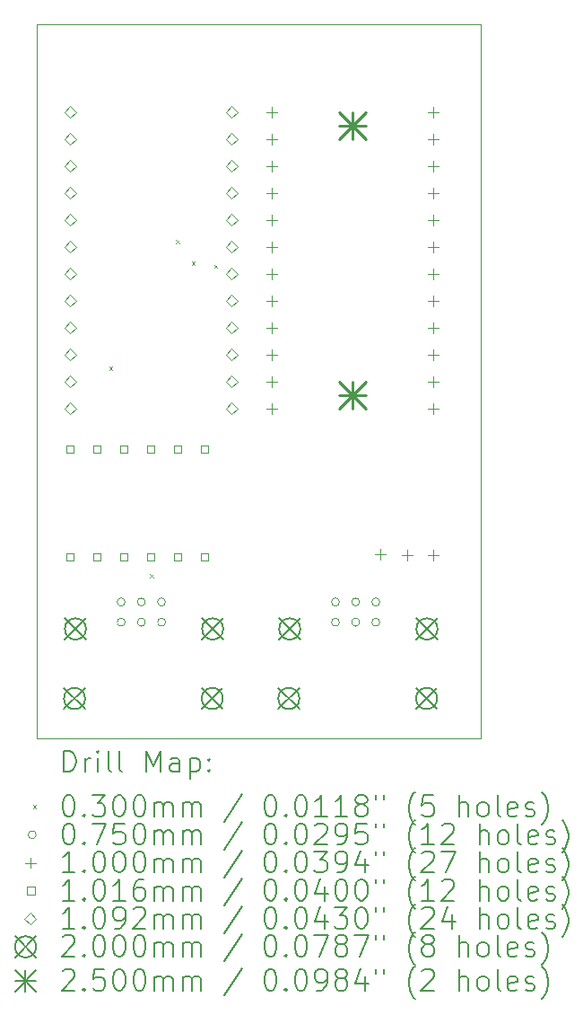
<source format=gbr>
%TF.GenerationSoftware,KiCad,Pcbnew,8.0.6*%
%TF.CreationDate,2025-04-03T12:19:11-05:00*%
%TF.ProjectId,Controller Combiner,436f6e74-726f-46c6-9c65-7220436f6d62,rev?*%
%TF.SameCoordinates,Original*%
%TF.FileFunction,Drillmap*%
%TF.FilePolarity,Positive*%
%FSLAX45Y45*%
G04 Gerber Fmt 4.5, Leading zero omitted, Abs format (unit mm)*
G04 Created by KiCad (PCBNEW 8.0.6) date 2025-04-03 12:19:11*
%MOMM*%
%LPD*%
G01*
G04 APERTURE LIST*
%ADD10C,0.050000*%
%ADD11C,0.200000*%
%ADD12C,0.100000*%
%ADD13C,0.101600*%
%ADD14C,0.109220*%
%ADD15C,0.250000*%
G04 APERTURE END LIST*
D10*
X11112500Y-5397500D02*
X15303500Y-5397500D01*
X15303500Y-12128500D01*
X11112500Y-12128500D01*
X11112500Y-5397500D01*
D11*
D12*
X11801000Y-8621000D02*
X11831000Y-8651000D01*
X11831000Y-8621000D02*
X11801000Y-8651000D01*
X12183250Y-10580300D02*
X12213250Y-10610300D01*
X12213250Y-10580300D02*
X12183250Y-10610300D01*
X12431000Y-7427230D02*
X12461000Y-7457230D01*
X12461000Y-7427230D02*
X12431000Y-7457230D01*
X12578630Y-7633010D02*
X12608630Y-7663010D01*
X12608630Y-7633010D02*
X12578630Y-7663010D01*
X12791370Y-7661550D02*
X12821370Y-7691550D01*
X12821370Y-7661550D02*
X12791370Y-7691550D01*
X11950000Y-10840500D02*
G75*
G02*
X11875000Y-10840500I-37500J0D01*
G01*
X11875000Y-10840500D02*
G75*
G02*
X11950000Y-10840500I37500J0D01*
G01*
X11950000Y-11031000D02*
G75*
G02*
X11875000Y-11031000I-37500J0D01*
G01*
X11875000Y-11031000D02*
G75*
G02*
X11950000Y-11031000I37500J0D01*
G01*
X12140500Y-10840500D02*
G75*
G02*
X12065500Y-10840500I-37500J0D01*
G01*
X12065500Y-10840500D02*
G75*
G02*
X12140500Y-10840500I37500J0D01*
G01*
X12140500Y-11031000D02*
G75*
G02*
X12065500Y-11031000I-37500J0D01*
G01*
X12065500Y-11031000D02*
G75*
G02*
X12140500Y-11031000I37500J0D01*
G01*
X12331000Y-10840500D02*
G75*
G02*
X12256000Y-10840500I-37500J0D01*
G01*
X12256000Y-10840500D02*
G75*
G02*
X12331000Y-10840500I37500J0D01*
G01*
X12331000Y-11031000D02*
G75*
G02*
X12256000Y-11031000I-37500J0D01*
G01*
X12256000Y-11031000D02*
G75*
G02*
X12331000Y-11031000I37500J0D01*
G01*
X13973000Y-10840500D02*
G75*
G02*
X13898000Y-10840500I-37500J0D01*
G01*
X13898000Y-10840500D02*
G75*
G02*
X13973000Y-10840500I37500J0D01*
G01*
X13973000Y-11031000D02*
G75*
G02*
X13898000Y-11031000I-37500J0D01*
G01*
X13898000Y-11031000D02*
G75*
G02*
X13973000Y-11031000I37500J0D01*
G01*
X14163500Y-10840500D02*
G75*
G02*
X14088500Y-10840500I-37500J0D01*
G01*
X14088500Y-10840500D02*
G75*
G02*
X14163500Y-10840500I37500J0D01*
G01*
X14163500Y-11031000D02*
G75*
G02*
X14088500Y-11031000I-37500J0D01*
G01*
X14088500Y-11031000D02*
G75*
G02*
X14163500Y-11031000I37500J0D01*
G01*
X14354000Y-10840500D02*
G75*
G02*
X14279000Y-10840500I-37500J0D01*
G01*
X14279000Y-10840500D02*
G75*
G02*
X14354000Y-10840500I37500J0D01*
G01*
X14354000Y-11031000D02*
G75*
G02*
X14279000Y-11031000I-37500J0D01*
G01*
X14279000Y-11031000D02*
G75*
G02*
X14354000Y-11031000I37500J0D01*
G01*
X13335000Y-6173000D02*
X13335000Y-6273000D01*
X13285000Y-6223000D02*
X13385000Y-6223000D01*
X13335000Y-6427000D02*
X13335000Y-6527000D01*
X13285000Y-6477000D02*
X13385000Y-6477000D01*
X13335000Y-6681000D02*
X13335000Y-6781000D01*
X13285000Y-6731000D02*
X13385000Y-6731000D01*
X13335000Y-6935000D02*
X13335000Y-7035000D01*
X13285000Y-6985000D02*
X13385000Y-6985000D01*
X13335000Y-7189000D02*
X13335000Y-7289000D01*
X13285000Y-7239000D02*
X13385000Y-7239000D01*
X13335000Y-7443000D02*
X13335000Y-7543000D01*
X13285000Y-7493000D02*
X13385000Y-7493000D01*
X13335000Y-7697000D02*
X13335000Y-7797000D01*
X13285000Y-7747000D02*
X13385000Y-7747000D01*
X13335000Y-7951000D02*
X13335000Y-8051000D01*
X13285000Y-8001000D02*
X13385000Y-8001000D01*
X13335000Y-8205000D02*
X13335000Y-8305000D01*
X13285000Y-8255000D02*
X13385000Y-8255000D01*
X13335000Y-8459000D02*
X13335000Y-8559000D01*
X13285000Y-8509000D02*
X13385000Y-8509000D01*
X13335000Y-8713000D02*
X13335000Y-8813000D01*
X13285000Y-8763000D02*
X13385000Y-8763000D01*
X13335000Y-8967000D02*
X13335000Y-9067000D01*
X13285000Y-9017000D02*
X13385000Y-9017000D01*
X14360000Y-10341000D02*
X14360000Y-10441000D01*
X14310000Y-10391000D02*
X14410000Y-10391000D01*
X14610000Y-10346000D02*
X14610000Y-10446000D01*
X14560000Y-10396000D02*
X14660000Y-10396000D01*
X14859000Y-6173000D02*
X14859000Y-6273000D01*
X14809000Y-6223000D02*
X14909000Y-6223000D01*
X14859000Y-6427000D02*
X14859000Y-6527000D01*
X14809000Y-6477000D02*
X14909000Y-6477000D01*
X14859000Y-6681000D02*
X14859000Y-6781000D01*
X14809000Y-6731000D02*
X14909000Y-6731000D01*
X14859000Y-6935000D02*
X14859000Y-7035000D01*
X14809000Y-6985000D02*
X14909000Y-6985000D01*
X14859000Y-7189000D02*
X14859000Y-7289000D01*
X14809000Y-7239000D02*
X14909000Y-7239000D01*
X14859000Y-7443000D02*
X14859000Y-7543000D01*
X14809000Y-7493000D02*
X14909000Y-7493000D01*
X14859000Y-7697000D02*
X14859000Y-7797000D01*
X14809000Y-7747000D02*
X14909000Y-7747000D01*
X14859000Y-7951000D02*
X14859000Y-8051000D01*
X14809000Y-8001000D02*
X14909000Y-8001000D01*
X14859000Y-8205000D02*
X14859000Y-8305000D01*
X14809000Y-8255000D02*
X14909000Y-8255000D01*
X14859000Y-8459000D02*
X14859000Y-8559000D01*
X14809000Y-8509000D02*
X14909000Y-8509000D01*
X14859000Y-8713000D02*
X14859000Y-8813000D01*
X14809000Y-8763000D02*
X14909000Y-8763000D01*
X14859000Y-8967000D02*
X14859000Y-9067000D01*
X14809000Y-9017000D02*
X14909000Y-9017000D01*
X14860000Y-10346000D02*
X14860000Y-10446000D01*
X14810000Y-10396000D02*
X14910000Y-10396000D01*
D13*
X11465921Y-9433921D02*
X11465921Y-9362079D01*
X11394079Y-9362079D01*
X11394079Y-9433921D01*
X11465921Y-9433921D01*
X11465921Y-10449921D02*
X11465921Y-10378079D01*
X11394079Y-10378079D01*
X11394079Y-10449921D01*
X11465921Y-10449921D01*
X11719921Y-9433921D02*
X11719921Y-9362079D01*
X11648079Y-9362079D01*
X11648079Y-9433921D01*
X11719921Y-9433921D01*
X11719921Y-10449921D02*
X11719921Y-10378079D01*
X11648079Y-10378079D01*
X11648079Y-10449921D01*
X11719921Y-10449921D01*
X11973921Y-9433921D02*
X11973921Y-9362079D01*
X11902079Y-9362079D01*
X11902079Y-9433921D01*
X11973921Y-9433921D01*
X11973921Y-10449921D02*
X11973921Y-10378079D01*
X11902079Y-10378079D01*
X11902079Y-10449921D01*
X11973921Y-10449921D01*
X12227921Y-9433921D02*
X12227921Y-9362079D01*
X12156079Y-9362079D01*
X12156079Y-9433921D01*
X12227921Y-9433921D01*
X12227921Y-10449921D02*
X12227921Y-10378079D01*
X12156079Y-10378079D01*
X12156079Y-10449921D01*
X12227921Y-10449921D01*
X12481921Y-9433921D02*
X12481921Y-9362079D01*
X12410079Y-9362079D01*
X12410079Y-9433921D01*
X12481921Y-9433921D01*
X12481921Y-10449921D02*
X12481921Y-10378079D01*
X12410079Y-10378079D01*
X12410079Y-10449921D01*
X12481921Y-10449921D01*
X12735921Y-9433921D02*
X12735921Y-9362079D01*
X12664079Y-9362079D01*
X12664079Y-9433921D01*
X12735921Y-9433921D01*
X12735921Y-10449921D02*
X12735921Y-10378079D01*
X12664079Y-10378079D01*
X12664079Y-10449921D01*
X12735921Y-10449921D01*
D14*
X11430000Y-6277610D02*
X11484610Y-6223000D01*
X11430000Y-6168390D01*
X11375390Y-6223000D01*
X11430000Y-6277610D01*
X11430000Y-6531610D02*
X11484610Y-6477000D01*
X11430000Y-6422390D01*
X11375390Y-6477000D01*
X11430000Y-6531610D01*
X11430000Y-6785610D02*
X11484610Y-6731000D01*
X11430000Y-6676390D01*
X11375390Y-6731000D01*
X11430000Y-6785610D01*
X11430000Y-7039610D02*
X11484610Y-6985000D01*
X11430000Y-6930390D01*
X11375390Y-6985000D01*
X11430000Y-7039610D01*
X11430000Y-7293610D02*
X11484610Y-7239000D01*
X11430000Y-7184390D01*
X11375390Y-7239000D01*
X11430000Y-7293610D01*
X11430000Y-7547610D02*
X11484610Y-7493000D01*
X11430000Y-7438390D01*
X11375390Y-7493000D01*
X11430000Y-7547610D01*
X11430000Y-7801610D02*
X11484610Y-7747000D01*
X11430000Y-7692390D01*
X11375390Y-7747000D01*
X11430000Y-7801610D01*
X11430000Y-8055610D02*
X11484610Y-8001000D01*
X11430000Y-7946390D01*
X11375390Y-8001000D01*
X11430000Y-8055610D01*
X11430000Y-8309610D02*
X11484610Y-8255000D01*
X11430000Y-8200390D01*
X11375390Y-8255000D01*
X11430000Y-8309610D01*
X11430000Y-8563610D02*
X11484610Y-8509000D01*
X11430000Y-8454390D01*
X11375390Y-8509000D01*
X11430000Y-8563610D01*
X11430000Y-8817610D02*
X11484610Y-8763000D01*
X11430000Y-8708390D01*
X11375390Y-8763000D01*
X11430000Y-8817610D01*
X11430000Y-9071610D02*
X11484610Y-9017000D01*
X11430000Y-8962390D01*
X11375390Y-9017000D01*
X11430000Y-9071610D01*
X12954000Y-6277610D02*
X13008610Y-6223000D01*
X12954000Y-6168390D01*
X12899390Y-6223000D01*
X12954000Y-6277610D01*
X12954000Y-6531610D02*
X13008610Y-6477000D01*
X12954000Y-6422390D01*
X12899390Y-6477000D01*
X12954000Y-6531610D01*
X12954000Y-6785610D02*
X13008610Y-6731000D01*
X12954000Y-6676390D01*
X12899390Y-6731000D01*
X12954000Y-6785610D01*
X12954000Y-7039610D02*
X13008610Y-6985000D01*
X12954000Y-6930390D01*
X12899390Y-6985000D01*
X12954000Y-7039610D01*
X12954000Y-7293610D02*
X13008610Y-7239000D01*
X12954000Y-7184390D01*
X12899390Y-7239000D01*
X12954000Y-7293610D01*
X12954000Y-7547610D02*
X13008610Y-7493000D01*
X12954000Y-7438390D01*
X12899390Y-7493000D01*
X12954000Y-7547610D01*
X12954000Y-7801610D02*
X13008610Y-7747000D01*
X12954000Y-7692390D01*
X12899390Y-7747000D01*
X12954000Y-7801610D01*
X12954000Y-8055610D02*
X13008610Y-8001000D01*
X12954000Y-7946390D01*
X12899390Y-8001000D01*
X12954000Y-8055610D01*
X12954000Y-8309610D02*
X13008610Y-8255000D01*
X12954000Y-8200390D01*
X12899390Y-8255000D01*
X12954000Y-8309610D01*
X12954000Y-8563610D02*
X13008610Y-8509000D01*
X12954000Y-8454390D01*
X12899390Y-8509000D01*
X12954000Y-8563610D01*
X12954000Y-8817610D02*
X13008610Y-8763000D01*
X12954000Y-8708390D01*
X12899390Y-8763000D01*
X12954000Y-8817610D01*
X12954000Y-9071610D02*
X13008610Y-9017000D01*
X12954000Y-8962390D01*
X12899390Y-9017000D01*
X12954000Y-9071610D01*
D11*
X11372500Y-11650500D02*
X11572500Y-11850500D01*
X11572500Y-11650500D02*
X11372500Y-11850500D01*
X11572500Y-11750500D02*
G75*
G02*
X11372500Y-11750500I-100000J0D01*
G01*
X11372500Y-11750500D02*
G75*
G02*
X11572500Y-11750500I100000J0D01*
G01*
X11380700Y-10994500D02*
X11580700Y-11194500D01*
X11580700Y-10994500D02*
X11380700Y-11194500D01*
X11580700Y-11094500D02*
G75*
G02*
X11380700Y-11094500I-100000J0D01*
G01*
X11380700Y-11094500D02*
G75*
G02*
X11580700Y-11094500I100000J0D01*
G01*
X12672500Y-11650500D02*
X12872500Y-11850500D01*
X12872500Y-11650500D02*
X12672500Y-11850500D01*
X12872500Y-11750500D02*
G75*
G02*
X12672500Y-11750500I-100000J0D01*
G01*
X12672500Y-11750500D02*
G75*
G02*
X12872500Y-11750500I100000J0D01*
G01*
X12676100Y-10994500D02*
X12876100Y-11194500D01*
X12876100Y-10994500D02*
X12676100Y-11194500D01*
X12876100Y-11094500D02*
G75*
G02*
X12676100Y-11094500I-100000J0D01*
G01*
X12676100Y-11094500D02*
G75*
G02*
X12876100Y-11094500I100000J0D01*
G01*
X13395500Y-11650500D02*
X13595500Y-11850500D01*
X13595500Y-11650500D02*
X13395500Y-11850500D01*
X13595500Y-11750500D02*
G75*
G02*
X13395500Y-11750500I-100000J0D01*
G01*
X13395500Y-11750500D02*
G75*
G02*
X13595500Y-11750500I100000J0D01*
G01*
X13403700Y-10994500D02*
X13603700Y-11194500D01*
X13603700Y-10994500D02*
X13403700Y-11194500D01*
X13603700Y-11094500D02*
G75*
G02*
X13403700Y-11094500I-100000J0D01*
G01*
X13403700Y-11094500D02*
G75*
G02*
X13603700Y-11094500I100000J0D01*
G01*
X14695500Y-11650500D02*
X14895500Y-11850500D01*
X14895500Y-11650500D02*
X14695500Y-11850500D01*
X14895500Y-11750500D02*
G75*
G02*
X14695500Y-11750500I-100000J0D01*
G01*
X14695500Y-11750500D02*
G75*
G02*
X14895500Y-11750500I100000J0D01*
G01*
X14699100Y-10994500D02*
X14899100Y-11194500D01*
X14899100Y-10994500D02*
X14699100Y-11194500D01*
X14899100Y-11094500D02*
G75*
G02*
X14699100Y-11094500I-100000J0D01*
G01*
X14699100Y-11094500D02*
G75*
G02*
X14899100Y-11094500I100000J0D01*
G01*
D15*
X13972000Y-6225000D02*
X14222000Y-6475000D01*
X14222000Y-6225000D02*
X13972000Y-6475000D01*
X14097000Y-6225000D02*
X14097000Y-6475000D01*
X13972000Y-6350000D02*
X14222000Y-6350000D01*
X13972000Y-8765000D02*
X14222000Y-9015000D01*
X14222000Y-8765000D02*
X13972000Y-9015000D01*
X14097000Y-8765000D02*
X14097000Y-9015000D01*
X13972000Y-8890000D02*
X14222000Y-8890000D01*
D11*
X11370777Y-12442484D02*
X11370777Y-12242484D01*
X11370777Y-12242484D02*
X11418396Y-12242484D01*
X11418396Y-12242484D02*
X11446967Y-12252008D01*
X11446967Y-12252008D02*
X11466015Y-12271055D01*
X11466015Y-12271055D02*
X11475539Y-12290103D01*
X11475539Y-12290103D02*
X11485062Y-12328198D01*
X11485062Y-12328198D02*
X11485062Y-12356769D01*
X11485062Y-12356769D02*
X11475539Y-12394865D01*
X11475539Y-12394865D02*
X11466015Y-12413912D01*
X11466015Y-12413912D02*
X11446967Y-12432960D01*
X11446967Y-12432960D02*
X11418396Y-12442484D01*
X11418396Y-12442484D02*
X11370777Y-12442484D01*
X11570777Y-12442484D02*
X11570777Y-12309150D01*
X11570777Y-12347246D02*
X11580301Y-12328198D01*
X11580301Y-12328198D02*
X11589824Y-12318674D01*
X11589824Y-12318674D02*
X11608872Y-12309150D01*
X11608872Y-12309150D02*
X11627920Y-12309150D01*
X11694586Y-12442484D02*
X11694586Y-12309150D01*
X11694586Y-12242484D02*
X11685062Y-12252008D01*
X11685062Y-12252008D02*
X11694586Y-12261531D01*
X11694586Y-12261531D02*
X11704110Y-12252008D01*
X11704110Y-12252008D02*
X11694586Y-12242484D01*
X11694586Y-12242484D02*
X11694586Y-12261531D01*
X11818396Y-12442484D02*
X11799348Y-12432960D01*
X11799348Y-12432960D02*
X11789824Y-12413912D01*
X11789824Y-12413912D02*
X11789824Y-12242484D01*
X11923158Y-12442484D02*
X11904110Y-12432960D01*
X11904110Y-12432960D02*
X11894586Y-12413912D01*
X11894586Y-12413912D02*
X11894586Y-12242484D01*
X12151729Y-12442484D02*
X12151729Y-12242484D01*
X12151729Y-12242484D02*
X12218396Y-12385341D01*
X12218396Y-12385341D02*
X12285062Y-12242484D01*
X12285062Y-12242484D02*
X12285062Y-12442484D01*
X12466015Y-12442484D02*
X12466015Y-12337722D01*
X12466015Y-12337722D02*
X12456491Y-12318674D01*
X12456491Y-12318674D02*
X12437443Y-12309150D01*
X12437443Y-12309150D02*
X12399348Y-12309150D01*
X12399348Y-12309150D02*
X12380301Y-12318674D01*
X12466015Y-12432960D02*
X12446967Y-12442484D01*
X12446967Y-12442484D02*
X12399348Y-12442484D01*
X12399348Y-12442484D02*
X12380301Y-12432960D01*
X12380301Y-12432960D02*
X12370777Y-12413912D01*
X12370777Y-12413912D02*
X12370777Y-12394865D01*
X12370777Y-12394865D02*
X12380301Y-12375817D01*
X12380301Y-12375817D02*
X12399348Y-12366293D01*
X12399348Y-12366293D02*
X12446967Y-12366293D01*
X12446967Y-12366293D02*
X12466015Y-12356769D01*
X12561253Y-12309150D02*
X12561253Y-12509150D01*
X12561253Y-12318674D02*
X12580301Y-12309150D01*
X12580301Y-12309150D02*
X12618396Y-12309150D01*
X12618396Y-12309150D02*
X12637443Y-12318674D01*
X12637443Y-12318674D02*
X12646967Y-12328198D01*
X12646967Y-12328198D02*
X12656491Y-12347246D01*
X12656491Y-12347246D02*
X12656491Y-12404388D01*
X12656491Y-12404388D02*
X12646967Y-12423436D01*
X12646967Y-12423436D02*
X12637443Y-12432960D01*
X12637443Y-12432960D02*
X12618396Y-12442484D01*
X12618396Y-12442484D02*
X12580301Y-12442484D01*
X12580301Y-12442484D02*
X12561253Y-12432960D01*
X12742205Y-12423436D02*
X12751729Y-12432960D01*
X12751729Y-12432960D02*
X12742205Y-12442484D01*
X12742205Y-12442484D02*
X12732682Y-12432960D01*
X12732682Y-12432960D02*
X12742205Y-12423436D01*
X12742205Y-12423436D02*
X12742205Y-12442484D01*
X12742205Y-12318674D02*
X12751729Y-12328198D01*
X12751729Y-12328198D02*
X12742205Y-12337722D01*
X12742205Y-12337722D02*
X12732682Y-12328198D01*
X12732682Y-12328198D02*
X12742205Y-12318674D01*
X12742205Y-12318674D02*
X12742205Y-12337722D01*
D12*
X11080000Y-12756000D02*
X11110000Y-12786000D01*
X11110000Y-12756000D02*
X11080000Y-12786000D01*
D11*
X11408872Y-12662484D02*
X11427920Y-12662484D01*
X11427920Y-12662484D02*
X11446967Y-12672008D01*
X11446967Y-12672008D02*
X11456491Y-12681531D01*
X11456491Y-12681531D02*
X11466015Y-12700579D01*
X11466015Y-12700579D02*
X11475539Y-12738674D01*
X11475539Y-12738674D02*
X11475539Y-12786293D01*
X11475539Y-12786293D02*
X11466015Y-12824388D01*
X11466015Y-12824388D02*
X11456491Y-12843436D01*
X11456491Y-12843436D02*
X11446967Y-12852960D01*
X11446967Y-12852960D02*
X11427920Y-12862484D01*
X11427920Y-12862484D02*
X11408872Y-12862484D01*
X11408872Y-12862484D02*
X11389824Y-12852960D01*
X11389824Y-12852960D02*
X11380301Y-12843436D01*
X11380301Y-12843436D02*
X11370777Y-12824388D01*
X11370777Y-12824388D02*
X11361253Y-12786293D01*
X11361253Y-12786293D02*
X11361253Y-12738674D01*
X11361253Y-12738674D02*
X11370777Y-12700579D01*
X11370777Y-12700579D02*
X11380301Y-12681531D01*
X11380301Y-12681531D02*
X11389824Y-12672008D01*
X11389824Y-12672008D02*
X11408872Y-12662484D01*
X11561253Y-12843436D02*
X11570777Y-12852960D01*
X11570777Y-12852960D02*
X11561253Y-12862484D01*
X11561253Y-12862484D02*
X11551729Y-12852960D01*
X11551729Y-12852960D02*
X11561253Y-12843436D01*
X11561253Y-12843436D02*
X11561253Y-12862484D01*
X11637443Y-12662484D02*
X11761253Y-12662484D01*
X11761253Y-12662484D02*
X11694586Y-12738674D01*
X11694586Y-12738674D02*
X11723158Y-12738674D01*
X11723158Y-12738674D02*
X11742205Y-12748198D01*
X11742205Y-12748198D02*
X11751729Y-12757722D01*
X11751729Y-12757722D02*
X11761253Y-12776769D01*
X11761253Y-12776769D02*
X11761253Y-12824388D01*
X11761253Y-12824388D02*
X11751729Y-12843436D01*
X11751729Y-12843436D02*
X11742205Y-12852960D01*
X11742205Y-12852960D02*
X11723158Y-12862484D01*
X11723158Y-12862484D02*
X11666015Y-12862484D01*
X11666015Y-12862484D02*
X11646967Y-12852960D01*
X11646967Y-12852960D02*
X11637443Y-12843436D01*
X11885062Y-12662484D02*
X11904110Y-12662484D01*
X11904110Y-12662484D02*
X11923158Y-12672008D01*
X11923158Y-12672008D02*
X11932682Y-12681531D01*
X11932682Y-12681531D02*
X11942205Y-12700579D01*
X11942205Y-12700579D02*
X11951729Y-12738674D01*
X11951729Y-12738674D02*
X11951729Y-12786293D01*
X11951729Y-12786293D02*
X11942205Y-12824388D01*
X11942205Y-12824388D02*
X11932682Y-12843436D01*
X11932682Y-12843436D02*
X11923158Y-12852960D01*
X11923158Y-12852960D02*
X11904110Y-12862484D01*
X11904110Y-12862484D02*
X11885062Y-12862484D01*
X11885062Y-12862484D02*
X11866015Y-12852960D01*
X11866015Y-12852960D02*
X11856491Y-12843436D01*
X11856491Y-12843436D02*
X11846967Y-12824388D01*
X11846967Y-12824388D02*
X11837443Y-12786293D01*
X11837443Y-12786293D02*
X11837443Y-12738674D01*
X11837443Y-12738674D02*
X11846967Y-12700579D01*
X11846967Y-12700579D02*
X11856491Y-12681531D01*
X11856491Y-12681531D02*
X11866015Y-12672008D01*
X11866015Y-12672008D02*
X11885062Y-12662484D01*
X12075539Y-12662484D02*
X12094586Y-12662484D01*
X12094586Y-12662484D02*
X12113634Y-12672008D01*
X12113634Y-12672008D02*
X12123158Y-12681531D01*
X12123158Y-12681531D02*
X12132682Y-12700579D01*
X12132682Y-12700579D02*
X12142205Y-12738674D01*
X12142205Y-12738674D02*
X12142205Y-12786293D01*
X12142205Y-12786293D02*
X12132682Y-12824388D01*
X12132682Y-12824388D02*
X12123158Y-12843436D01*
X12123158Y-12843436D02*
X12113634Y-12852960D01*
X12113634Y-12852960D02*
X12094586Y-12862484D01*
X12094586Y-12862484D02*
X12075539Y-12862484D01*
X12075539Y-12862484D02*
X12056491Y-12852960D01*
X12056491Y-12852960D02*
X12046967Y-12843436D01*
X12046967Y-12843436D02*
X12037443Y-12824388D01*
X12037443Y-12824388D02*
X12027920Y-12786293D01*
X12027920Y-12786293D02*
X12027920Y-12738674D01*
X12027920Y-12738674D02*
X12037443Y-12700579D01*
X12037443Y-12700579D02*
X12046967Y-12681531D01*
X12046967Y-12681531D02*
X12056491Y-12672008D01*
X12056491Y-12672008D02*
X12075539Y-12662484D01*
X12227920Y-12862484D02*
X12227920Y-12729150D01*
X12227920Y-12748198D02*
X12237443Y-12738674D01*
X12237443Y-12738674D02*
X12256491Y-12729150D01*
X12256491Y-12729150D02*
X12285063Y-12729150D01*
X12285063Y-12729150D02*
X12304110Y-12738674D01*
X12304110Y-12738674D02*
X12313634Y-12757722D01*
X12313634Y-12757722D02*
X12313634Y-12862484D01*
X12313634Y-12757722D02*
X12323158Y-12738674D01*
X12323158Y-12738674D02*
X12342205Y-12729150D01*
X12342205Y-12729150D02*
X12370777Y-12729150D01*
X12370777Y-12729150D02*
X12389824Y-12738674D01*
X12389824Y-12738674D02*
X12399348Y-12757722D01*
X12399348Y-12757722D02*
X12399348Y-12862484D01*
X12494586Y-12862484D02*
X12494586Y-12729150D01*
X12494586Y-12748198D02*
X12504110Y-12738674D01*
X12504110Y-12738674D02*
X12523158Y-12729150D01*
X12523158Y-12729150D02*
X12551729Y-12729150D01*
X12551729Y-12729150D02*
X12570777Y-12738674D01*
X12570777Y-12738674D02*
X12580301Y-12757722D01*
X12580301Y-12757722D02*
X12580301Y-12862484D01*
X12580301Y-12757722D02*
X12589824Y-12738674D01*
X12589824Y-12738674D02*
X12608872Y-12729150D01*
X12608872Y-12729150D02*
X12637443Y-12729150D01*
X12637443Y-12729150D02*
X12656491Y-12738674D01*
X12656491Y-12738674D02*
X12666015Y-12757722D01*
X12666015Y-12757722D02*
X12666015Y-12862484D01*
X13056491Y-12652960D02*
X12885063Y-12910103D01*
X13313634Y-12662484D02*
X13332682Y-12662484D01*
X13332682Y-12662484D02*
X13351729Y-12672008D01*
X13351729Y-12672008D02*
X13361253Y-12681531D01*
X13361253Y-12681531D02*
X13370777Y-12700579D01*
X13370777Y-12700579D02*
X13380301Y-12738674D01*
X13380301Y-12738674D02*
X13380301Y-12786293D01*
X13380301Y-12786293D02*
X13370777Y-12824388D01*
X13370777Y-12824388D02*
X13361253Y-12843436D01*
X13361253Y-12843436D02*
X13351729Y-12852960D01*
X13351729Y-12852960D02*
X13332682Y-12862484D01*
X13332682Y-12862484D02*
X13313634Y-12862484D01*
X13313634Y-12862484D02*
X13294586Y-12852960D01*
X13294586Y-12852960D02*
X13285063Y-12843436D01*
X13285063Y-12843436D02*
X13275539Y-12824388D01*
X13275539Y-12824388D02*
X13266015Y-12786293D01*
X13266015Y-12786293D02*
X13266015Y-12738674D01*
X13266015Y-12738674D02*
X13275539Y-12700579D01*
X13275539Y-12700579D02*
X13285063Y-12681531D01*
X13285063Y-12681531D02*
X13294586Y-12672008D01*
X13294586Y-12672008D02*
X13313634Y-12662484D01*
X13466015Y-12843436D02*
X13475539Y-12852960D01*
X13475539Y-12852960D02*
X13466015Y-12862484D01*
X13466015Y-12862484D02*
X13456491Y-12852960D01*
X13456491Y-12852960D02*
X13466015Y-12843436D01*
X13466015Y-12843436D02*
X13466015Y-12862484D01*
X13599348Y-12662484D02*
X13618396Y-12662484D01*
X13618396Y-12662484D02*
X13637444Y-12672008D01*
X13637444Y-12672008D02*
X13646967Y-12681531D01*
X13646967Y-12681531D02*
X13656491Y-12700579D01*
X13656491Y-12700579D02*
X13666015Y-12738674D01*
X13666015Y-12738674D02*
X13666015Y-12786293D01*
X13666015Y-12786293D02*
X13656491Y-12824388D01*
X13656491Y-12824388D02*
X13646967Y-12843436D01*
X13646967Y-12843436D02*
X13637444Y-12852960D01*
X13637444Y-12852960D02*
X13618396Y-12862484D01*
X13618396Y-12862484D02*
X13599348Y-12862484D01*
X13599348Y-12862484D02*
X13580301Y-12852960D01*
X13580301Y-12852960D02*
X13570777Y-12843436D01*
X13570777Y-12843436D02*
X13561253Y-12824388D01*
X13561253Y-12824388D02*
X13551729Y-12786293D01*
X13551729Y-12786293D02*
X13551729Y-12738674D01*
X13551729Y-12738674D02*
X13561253Y-12700579D01*
X13561253Y-12700579D02*
X13570777Y-12681531D01*
X13570777Y-12681531D02*
X13580301Y-12672008D01*
X13580301Y-12672008D02*
X13599348Y-12662484D01*
X13856491Y-12862484D02*
X13742206Y-12862484D01*
X13799348Y-12862484D02*
X13799348Y-12662484D01*
X13799348Y-12662484D02*
X13780301Y-12691055D01*
X13780301Y-12691055D02*
X13761253Y-12710103D01*
X13761253Y-12710103D02*
X13742206Y-12719627D01*
X14046967Y-12862484D02*
X13932682Y-12862484D01*
X13989825Y-12862484D02*
X13989825Y-12662484D01*
X13989825Y-12662484D02*
X13970777Y-12691055D01*
X13970777Y-12691055D02*
X13951729Y-12710103D01*
X13951729Y-12710103D02*
X13932682Y-12719627D01*
X14161253Y-12748198D02*
X14142206Y-12738674D01*
X14142206Y-12738674D02*
X14132682Y-12729150D01*
X14132682Y-12729150D02*
X14123158Y-12710103D01*
X14123158Y-12710103D02*
X14123158Y-12700579D01*
X14123158Y-12700579D02*
X14132682Y-12681531D01*
X14132682Y-12681531D02*
X14142206Y-12672008D01*
X14142206Y-12672008D02*
X14161253Y-12662484D01*
X14161253Y-12662484D02*
X14199348Y-12662484D01*
X14199348Y-12662484D02*
X14218396Y-12672008D01*
X14218396Y-12672008D02*
X14227920Y-12681531D01*
X14227920Y-12681531D02*
X14237444Y-12700579D01*
X14237444Y-12700579D02*
X14237444Y-12710103D01*
X14237444Y-12710103D02*
X14227920Y-12729150D01*
X14227920Y-12729150D02*
X14218396Y-12738674D01*
X14218396Y-12738674D02*
X14199348Y-12748198D01*
X14199348Y-12748198D02*
X14161253Y-12748198D01*
X14161253Y-12748198D02*
X14142206Y-12757722D01*
X14142206Y-12757722D02*
X14132682Y-12767246D01*
X14132682Y-12767246D02*
X14123158Y-12786293D01*
X14123158Y-12786293D02*
X14123158Y-12824388D01*
X14123158Y-12824388D02*
X14132682Y-12843436D01*
X14132682Y-12843436D02*
X14142206Y-12852960D01*
X14142206Y-12852960D02*
X14161253Y-12862484D01*
X14161253Y-12862484D02*
X14199348Y-12862484D01*
X14199348Y-12862484D02*
X14218396Y-12852960D01*
X14218396Y-12852960D02*
X14227920Y-12843436D01*
X14227920Y-12843436D02*
X14237444Y-12824388D01*
X14237444Y-12824388D02*
X14237444Y-12786293D01*
X14237444Y-12786293D02*
X14227920Y-12767246D01*
X14227920Y-12767246D02*
X14218396Y-12757722D01*
X14218396Y-12757722D02*
X14199348Y-12748198D01*
X14313634Y-12662484D02*
X14313634Y-12700579D01*
X14389825Y-12662484D02*
X14389825Y-12700579D01*
X14685063Y-12938674D02*
X14675539Y-12929150D01*
X14675539Y-12929150D02*
X14656491Y-12900579D01*
X14656491Y-12900579D02*
X14646968Y-12881531D01*
X14646968Y-12881531D02*
X14637444Y-12852960D01*
X14637444Y-12852960D02*
X14627920Y-12805341D01*
X14627920Y-12805341D02*
X14627920Y-12767246D01*
X14627920Y-12767246D02*
X14637444Y-12719627D01*
X14637444Y-12719627D02*
X14646968Y-12691055D01*
X14646968Y-12691055D02*
X14656491Y-12672008D01*
X14656491Y-12672008D02*
X14675539Y-12643436D01*
X14675539Y-12643436D02*
X14685063Y-12633912D01*
X14856491Y-12662484D02*
X14761253Y-12662484D01*
X14761253Y-12662484D02*
X14751729Y-12757722D01*
X14751729Y-12757722D02*
X14761253Y-12748198D01*
X14761253Y-12748198D02*
X14780301Y-12738674D01*
X14780301Y-12738674D02*
X14827920Y-12738674D01*
X14827920Y-12738674D02*
X14846968Y-12748198D01*
X14846968Y-12748198D02*
X14856491Y-12757722D01*
X14856491Y-12757722D02*
X14866015Y-12776769D01*
X14866015Y-12776769D02*
X14866015Y-12824388D01*
X14866015Y-12824388D02*
X14856491Y-12843436D01*
X14856491Y-12843436D02*
X14846968Y-12852960D01*
X14846968Y-12852960D02*
X14827920Y-12862484D01*
X14827920Y-12862484D02*
X14780301Y-12862484D01*
X14780301Y-12862484D02*
X14761253Y-12852960D01*
X14761253Y-12852960D02*
X14751729Y-12843436D01*
X15104110Y-12862484D02*
X15104110Y-12662484D01*
X15189825Y-12862484D02*
X15189825Y-12757722D01*
X15189825Y-12757722D02*
X15180301Y-12738674D01*
X15180301Y-12738674D02*
X15161253Y-12729150D01*
X15161253Y-12729150D02*
X15132682Y-12729150D01*
X15132682Y-12729150D02*
X15113634Y-12738674D01*
X15113634Y-12738674D02*
X15104110Y-12748198D01*
X15313634Y-12862484D02*
X15294587Y-12852960D01*
X15294587Y-12852960D02*
X15285063Y-12843436D01*
X15285063Y-12843436D02*
X15275539Y-12824388D01*
X15275539Y-12824388D02*
X15275539Y-12767246D01*
X15275539Y-12767246D02*
X15285063Y-12748198D01*
X15285063Y-12748198D02*
X15294587Y-12738674D01*
X15294587Y-12738674D02*
X15313634Y-12729150D01*
X15313634Y-12729150D02*
X15342206Y-12729150D01*
X15342206Y-12729150D02*
X15361253Y-12738674D01*
X15361253Y-12738674D02*
X15370777Y-12748198D01*
X15370777Y-12748198D02*
X15380301Y-12767246D01*
X15380301Y-12767246D02*
X15380301Y-12824388D01*
X15380301Y-12824388D02*
X15370777Y-12843436D01*
X15370777Y-12843436D02*
X15361253Y-12852960D01*
X15361253Y-12852960D02*
X15342206Y-12862484D01*
X15342206Y-12862484D02*
X15313634Y-12862484D01*
X15494587Y-12862484D02*
X15475539Y-12852960D01*
X15475539Y-12852960D02*
X15466015Y-12833912D01*
X15466015Y-12833912D02*
X15466015Y-12662484D01*
X15646968Y-12852960D02*
X15627920Y-12862484D01*
X15627920Y-12862484D02*
X15589825Y-12862484D01*
X15589825Y-12862484D02*
X15570777Y-12852960D01*
X15570777Y-12852960D02*
X15561253Y-12833912D01*
X15561253Y-12833912D02*
X15561253Y-12757722D01*
X15561253Y-12757722D02*
X15570777Y-12738674D01*
X15570777Y-12738674D02*
X15589825Y-12729150D01*
X15589825Y-12729150D02*
X15627920Y-12729150D01*
X15627920Y-12729150D02*
X15646968Y-12738674D01*
X15646968Y-12738674D02*
X15656491Y-12757722D01*
X15656491Y-12757722D02*
X15656491Y-12776769D01*
X15656491Y-12776769D02*
X15561253Y-12795817D01*
X15732682Y-12852960D02*
X15751730Y-12862484D01*
X15751730Y-12862484D02*
X15789825Y-12862484D01*
X15789825Y-12862484D02*
X15808872Y-12852960D01*
X15808872Y-12852960D02*
X15818396Y-12833912D01*
X15818396Y-12833912D02*
X15818396Y-12824388D01*
X15818396Y-12824388D02*
X15808872Y-12805341D01*
X15808872Y-12805341D02*
X15789825Y-12795817D01*
X15789825Y-12795817D02*
X15761253Y-12795817D01*
X15761253Y-12795817D02*
X15742206Y-12786293D01*
X15742206Y-12786293D02*
X15732682Y-12767246D01*
X15732682Y-12767246D02*
X15732682Y-12757722D01*
X15732682Y-12757722D02*
X15742206Y-12738674D01*
X15742206Y-12738674D02*
X15761253Y-12729150D01*
X15761253Y-12729150D02*
X15789825Y-12729150D01*
X15789825Y-12729150D02*
X15808872Y-12738674D01*
X15885063Y-12938674D02*
X15894587Y-12929150D01*
X15894587Y-12929150D02*
X15913634Y-12900579D01*
X15913634Y-12900579D02*
X15923158Y-12881531D01*
X15923158Y-12881531D02*
X15932682Y-12852960D01*
X15932682Y-12852960D02*
X15942206Y-12805341D01*
X15942206Y-12805341D02*
X15942206Y-12767246D01*
X15942206Y-12767246D02*
X15932682Y-12719627D01*
X15932682Y-12719627D02*
X15923158Y-12691055D01*
X15923158Y-12691055D02*
X15913634Y-12672008D01*
X15913634Y-12672008D02*
X15894587Y-12643436D01*
X15894587Y-12643436D02*
X15885063Y-12633912D01*
D12*
X11110000Y-13035000D02*
G75*
G02*
X11035000Y-13035000I-37500J0D01*
G01*
X11035000Y-13035000D02*
G75*
G02*
X11110000Y-13035000I37500J0D01*
G01*
D11*
X11408872Y-12926484D02*
X11427920Y-12926484D01*
X11427920Y-12926484D02*
X11446967Y-12936008D01*
X11446967Y-12936008D02*
X11456491Y-12945531D01*
X11456491Y-12945531D02*
X11466015Y-12964579D01*
X11466015Y-12964579D02*
X11475539Y-13002674D01*
X11475539Y-13002674D02*
X11475539Y-13050293D01*
X11475539Y-13050293D02*
X11466015Y-13088388D01*
X11466015Y-13088388D02*
X11456491Y-13107436D01*
X11456491Y-13107436D02*
X11446967Y-13116960D01*
X11446967Y-13116960D02*
X11427920Y-13126484D01*
X11427920Y-13126484D02*
X11408872Y-13126484D01*
X11408872Y-13126484D02*
X11389824Y-13116960D01*
X11389824Y-13116960D02*
X11380301Y-13107436D01*
X11380301Y-13107436D02*
X11370777Y-13088388D01*
X11370777Y-13088388D02*
X11361253Y-13050293D01*
X11361253Y-13050293D02*
X11361253Y-13002674D01*
X11361253Y-13002674D02*
X11370777Y-12964579D01*
X11370777Y-12964579D02*
X11380301Y-12945531D01*
X11380301Y-12945531D02*
X11389824Y-12936008D01*
X11389824Y-12936008D02*
X11408872Y-12926484D01*
X11561253Y-13107436D02*
X11570777Y-13116960D01*
X11570777Y-13116960D02*
X11561253Y-13126484D01*
X11561253Y-13126484D02*
X11551729Y-13116960D01*
X11551729Y-13116960D02*
X11561253Y-13107436D01*
X11561253Y-13107436D02*
X11561253Y-13126484D01*
X11637443Y-12926484D02*
X11770777Y-12926484D01*
X11770777Y-12926484D02*
X11685062Y-13126484D01*
X11942205Y-12926484D02*
X11846967Y-12926484D01*
X11846967Y-12926484D02*
X11837443Y-13021722D01*
X11837443Y-13021722D02*
X11846967Y-13012198D01*
X11846967Y-13012198D02*
X11866015Y-13002674D01*
X11866015Y-13002674D02*
X11913634Y-13002674D01*
X11913634Y-13002674D02*
X11932682Y-13012198D01*
X11932682Y-13012198D02*
X11942205Y-13021722D01*
X11942205Y-13021722D02*
X11951729Y-13040769D01*
X11951729Y-13040769D02*
X11951729Y-13088388D01*
X11951729Y-13088388D02*
X11942205Y-13107436D01*
X11942205Y-13107436D02*
X11932682Y-13116960D01*
X11932682Y-13116960D02*
X11913634Y-13126484D01*
X11913634Y-13126484D02*
X11866015Y-13126484D01*
X11866015Y-13126484D02*
X11846967Y-13116960D01*
X11846967Y-13116960D02*
X11837443Y-13107436D01*
X12075539Y-12926484D02*
X12094586Y-12926484D01*
X12094586Y-12926484D02*
X12113634Y-12936008D01*
X12113634Y-12936008D02*
X12123158Y-12945531D01*
X12123158Y-12945531D02*
X12132682Y-12964579D01*
X12132682Y-12964579D02*
X12142205Y-13002674D01*
X12142205Y-13002674D02*
X12142205Y-13050293D01*
X12142205Y-13050293D02*
X12132682Y-13088388D01*
X12132682Y-13088388D02*
X12123158Y-13107436D01*
X12123158Y-13107436D02*
X12113634Y-13116960D01*
X12113634Y-13116960D02*
X12094586Y-13126484D01*
X12094586Y-13126484D02*
X12075539Y-13126484D01*
X12075539Y-13126484D02*
X12056491Y-13116960D01*
X12056491Y-13116960D02*
X12046967Y-13107436D01*
X12046967Y-13107436D02*
X12037443Y-13088388D01*
X12037443Y-13088388D02*
X12027920Y-13050293D01*
X12027920Y-13050293D02*
X12027920Y-13002674D01*
X12027920Y-13002674D02*
X12037443Y-12964579D01*
X12037443Y-12964579D02*
X12046967Y-12945531D01*
X12046967Y-12945531D02*
X12056491Y-12936008D01*
X12056491Y-12936008D02*
X12075539Y-12926484D01*
X12227920Y-13126484D02*
X12227920Y-12993150D01*
X12227920Y-13012198D02*
X12237443Y-13002674D01*
X12237443Y-13002674D02*
X12256491Y-12993150D01*
X12256491Y-12993150D02*
X12285063Y-12993150D01*
X12285063Y-12993150D02*
X12304110Y-13002674D01*
X12304110Y-13002674D02*
X12313634Y-13021722D01*
X12313634Y-13021722D02*
X12313634Y-13126484D01*
X12313634Y-13021722D02*
X12323158Y-13002674D01*
X12323158Y-13002674D02*
X12342205Y-12993150D01*
X12342205Y-12993150D02*
X12370777Y-12993150D01*
X12370777Y-12993150D02*
X12389824Y-13002674D01*
X12389824Y-13002674D02*
X12399348Y-13021722D01*
X12399348Y-13021722D02*
X12399348Y-13126484D01*
X12494586Y-13126484D02*
X12494586Y-12993150D01*
X12494586Y-13012198D02*
X12504110Y-13002674D01*
X12504110Y-13002674D02*
X12523158Y-12993150D01*
X12523158Y-12993150D02*
X12551729Y-12993150D01*
X12551729Y-12993150D02*
X12570777Y-13002674D01*
X12570777Y-13002674D02*
X12580301Y-13021722D01*
X12580301Y-13021722D02*
X12580301Y-13126484D01*
X12580301Y-13021722D02*
X12589824Y-13002674D01*
X12589824Y-13002674D02*
X12608872Y-12993150D01*
X12608872Y-12993150D02*
X12637443Y-12993150D01*
X12637443Y-12993150D02*
X12656491Y-13002674D01*
X12656491Y-13002674D02*
X12666015Y-13021722D01*
X12666015Y-13021722D02*
X12666015Y-13126484D01*
X13056491Y-12916960D02*
X12885063Y-13174103D01*
X13313634Y-12926484D02*
X13332682Y-12926484D01*
X13332682Y-12926484D02*
X13351729Y-12936008D01*
X13351729Y-12936008D02*
X13361253Y-12945531D01*
X13361253Y-12945531D02*
X13370777Y-12964579D01*
X13370777Y-12964579D02*
X13380301Y-13002674D01*
X13380301Y-13002674D02*
X13380301Y-13050293D01*
X13380301Y-13050293D02*
X13370777Y-13088388D01*
X13370777Y-13088388D02*
X13361253Y-13107436D01*
X13361253Y-13107436D02*
X13351729Y-13116960D01*
X13351729Y-13116960D02*
X13332682Y-13126484D01*
X13332682Y-13126484D02*
X13313634Y-13126484D01*
X13313634Y-13126484D02*
X13294586Y-13116960D01*
X13294586Y-13116960D02*
X13285063Y-13107436D01*
X13285063Y-13107436D02*
X13275539Y-13088388D01*
X13275539Y-13088388D02*
X13266015Y-13050293D01*
X13266015Y-13050293D02*
X13266015Y-13002674D01*
X13266015Y-13002674D02*
X13275539Y-12964579D01*
X13275539Y-12964579D02*
X13285063Y-12945531D01*
X13285063Y-12945531D02*
X13294586Y-12936008D01*
X13294586Y-12936008D02*
X13313634Y-12926484D01*
X13466015Y-13107436D02*
X13475539Y-13116960D01*
X13475539Y-13116960D02*
X13466015Y-13126484D01*
X13466015Y-13126484D02*
X13456491Y-13116960D01*
X13456491Y-13116960D02*
X13466015Y-13107436D01*
X13466015Y-13107436D02*
X13466015Y-13126484D01*
X13599348Y-12926484D02*
X13618396Y-12926484D01*
X13618396Y-12926484D02*
X13637444Y-12936008D01*
X13637444Y-12936008D02*
X13646967Y-12945531D01*
X13646967Y-12945531D02*
X13656491Y-12964579D01*
X13656491Y-12964579D02*
X13666015Y-13002674D01*
X13666015Y-13002674D02*
X13666015Y-13050293D01*
X13666015Y-13050293D02*
X13656491Y-13088388D01*
X13656491Y-13088388D02*
X13646967Y-13107436D01*
X13646967Y-13107436D02*
X13637444Y-13116960D01*
X13637444Y-13116960D02*
X13618396Y-13126484D01*
X13618396Y-13126484D02*
X13599348Y-13126484D01*
X13599348Y-13126484D02*
X13580301Y-13116960D01*
X13580301Y-13116960D02*
X13570777Y-13107436D01*
X13570777Y-13107436D02*
X13561253Y-13088388D01*
X13561253Y-13088388D02*
X13551729Y-13050293D01*
X13551729Y-13050293D02*
X13551729Y-13002674D01*
X13551729Y-13002674D02*
X13561253Y-12964579D01*
X13561253Y-12964579D02*
X13570777Y-12945531D01*
X13570777Y-12945531D02*
X13580301Y-12936008D01*
X13580301Y-12936008D02*
X13599348Y-12926484D01*
X13742206Y-12945531D02*
X13751729Y-12936008D01*
X13751729Y-12936008D02*
X13770777Y-12926484D01*
X13770777Y-12926484D02*
X13818396Y-12926484D01*
X13818396Y-12926484D02*
X13837444Y-12936008D01*
X13837444Y-12936008D02*
X13846967Y-12945531D01*
X13846967Y-12945531D02*
X13856491Y-12964579D01*
X13856491Y-12964579D02*
X13856491Y-12983627D01*
X13856491Y-12983627D02*
X13846967Y-13012198D01*
X13846967Y-13012198D02*
X13732682Y-13126484D01*
X13732682Y-13126484D02*
X13856491Y-13126484D01*
X13951729Y-13126484D02*
X13989825Y-13126484D01*
X13989825Y-13126484D02*
X14008872Y-13116960D01*
X14008872Y-13116960D02*
X14018396Y-13107436D01*
X14018396Y-13107436D02*
X14037444Y-13078865D01*
X14037444Y-13078865D02*
X14046967Y-13040769D01*
X14046967Y-13040769D02*
X14046967Y-12964579D01*
X14046967Y-12964579D02*
X14037444Y-12945531D01*
X14037444Y-12945531D02*
X14027920Y-12936008D01*
X14027920Y-12936008D02*
X14008872Y-12926484D01*
X14008872Y-12926484D02*
X13970777Y-12926484D01*
X13970777Y-12926484D02*
X13951729Y-12936008D01*
X13951729Y-12936008D02*
X13942206Y-12945531D01*
X13942206Y-12945531D02*
X13932682Y-12964579D01*
X13932682Y-12964579D02*
X13932682Y-13012198D01*
X13932682Y-13012198D02*
X13942206Y-13031246D01*
X13942206Y-13031246D02*
X13951729Y-13040769D01*
X13951729Y-13040769D02*
X13970777Y-13050293D01*
X13970777Y-13050293D02*
X14008872Y-13050293D01*
X14008872Y-13050293D02*
X14027920Y-13040769D01*
X14027920Y-13040769D02*
X14037444Y-13031246D01*
X14037444Y-13031246D02*
X14046967Y-13012198D01*
X14227920Y-12926484D02*
X14132682Y-12926484D01*
X14132682Y-12926484D02*
X14123158Y-13021722D01*
X14123158Y-13021722D02*
X14132682Y-13012198D01*
X14132682Y-13012198D02*
X14151729Y-13002674D01*
X14151729Y-13002674D02*
X14199348Y-13002674D01*
X14199348Y-13002674D02*
X14218396Y-13012198D01*
X14218396Y-13012198D02*
X14227920Y-13021722D01*
X14227920Y-13021722D02*
X14237444Y-13040769D01*
X14237444Y-13040769D02*
X14237444Y-13088388D01*
X14237444Y-13088388D02*
X14227920Y-13107436D01*
X14227920Y-13107436D02*
X14218396Y-13116960D01*
X14218396Y-13116960D02*
X14199348Y-13126484D01*
X14199348Y-13126484D02*
X14151729Y-13126484D01*
X14151729Y-13126484D02*
X14132682Y-13116960D01*
X14132682Y-13116960D02*
X14123158Y-13107436D01*
X14313634Y-12926484D02*
X14313634Y-12964579D01*
X14389825Y-12926484D02*
X14389825Y-12964579D01*
X14685063Y-13202674D02*
X14675539Y-13193150D01*
X14675539Y-13193150D02*
X14656491Y-13164579D01*
X14656491Y-13164579D02*
X14646968Y-13145531D01*
X14646968Y-13145531D02*
X14637444Y-13116960D01*
X14637444Y-13116960D02*
X14627920Y-13069341D01*
X14627920Y-13069341D02*
X14627920Y-13031246D01*
X14627920Y-13031246D02*
X14637444Y-12983627D01*
X14637444Y-12983627D02*
X14646968Y-12955055D01*
X14646968Y-12955055D02*
X14656491Y-12936008D01*
X14656491Y-12936008D02*
X14675539Y-12907436D01*
X14675539Y-12907436D02*
X14685063Y-12897912D01*
X14866015Y-13126484D02*
X14751729Y-13126484D01*
X14808872Y-13126484D02*
X14808872Y-12926484D01*
X14808872Y-12926484D02*
X14789825Y-12955055D01*
X14789825Y-12955055D02*
X14770777Y-12974103D01*
X14770777Y-12974103D02*
X14751729Y-12983627D01*
X14942206Y-12945531D02*
X14951729Y-12936008D01*
X14951729Y-12936008D02*
X14970777Y-12926484D01*
X14970777Y-12926484D02*
X15018396Y-12926484D01*
X15018396Y-12926484D02*
X15037444Y-12936008D01*
X15037444Y-12936008D02*
X15046968Y-12945531D01*
X15046968Y-12945531D02*
X15056491Y-12964579D01*
X15056491Y-12964579D02*
X15056491Y-12983627D01*
X15056491Y-12983627D02*
X15046968Y-13012198D01*
X15046968Y-13012198D02*
X14932682Y-13126484D01*
X14932682Y-13126484D02*
X15056491Y-13126484D01*
X15294587Y-13126484D02*
X15294587Y-12926484D01*
X15380301Y-13126484D02*
X15380301Y-13021722D01*
X15380301Y-13021722D02*
X15370777Y-13002674D01*
X15370777Y-13002674D02*
X15351730Y-12993150D01*
X15351730Y-12993150D02*
X15323158Y-12993150D01*
X15323158Y-12993150D02*
X15304110Y-13002674D01*
X15304110Y-13002674D02*
X15294587Y-13012198D01*
X15504110Y-13126484D02*
X15485063Y-13116960D01*
X15485063Y-13116960D02*
X15475539Y-13107436D01*
X15475539Y-13107436D02*
X15466015Y-13088388D01*
X15466015Y-13088388D02*
X15466015Y-13031246D01*
X15466015Y-13031246D02*
X15475539Y-13012198D01*
X15475539Y-13012198D02*
X15485063Y-13002674D01*
X15485063Y-13002674D02*
X15504110Y-12993150D01*
X15504110Y-12993150D02*
X15532682Y-12993150D01*
X15532682Y-12993150D02*
X15551730Y-13002674D01*
X15551730Y-13002674D02*
X15561253Y-13012198D01*
X15561253Y-13012198D02*
X15570777Y-13031246D01*
X15570777Y-13031246D02*
X15570777Y-13088388D01*
X15570777Y-13088388D02*
X15561253Y-13107436D01*
X15561253Y-13107436D02*
X15551730Y-13116960D01*
X15551730Y-13116960D02*
X15532682Y-13126484D01*
X15532682Y-13126484D02*
X15504110Y-13126484D01*
X15685063Y-13126484D02*
X15666015Y-13116960D01*
X15666015Y-13116960D02*
X15656491Y-13097912D01*
X15656491Y-13097912D02*
X15656491Y-12926484D01*
X15837444Y-13116960D02*
X15818396Y-13126484D01*
X15818396Y-13126484D02*
X15780301Y-13126484D01*
X15780301Y-13126484D02*
X15761253Y-13116960D01*
X15761253Y-13116960D02*
X15751730Y-13097912D01*
X15751730Y-13097912D02*
X15751730Y-13021722D01*
X15751730Y-13021722D02*
X15761253Y-13002674D01*
X15761253Y-13002674D02*
X15780301Y-12993150D01*
X15780301Y-12993150D02*
X15818396Y-12993150D01*
X15818396Y-12993150D02*
X15837444Y-13002674D01*
X15837444Y-13002674D02*
X15846968Y-13021722D01*
X15846968Y-13021722D02*
X15846968Y-13040769D01*
X15846968Y-13040769D02*
X15751730Y-13059817D01*
X15923158Y-13116960D02*
X15942206Y-13126484D01*
X15942206Y-13126484D02*
X15980301Y-13126484D01*
X15980301Y-13126484D02*
X15999349Y-13116960D01*
X15999349Y-13116960D02*
X16008872Y-13097912D01*
X16008872Y-13097912D02*
X16008872Y-13088388D01*
X16008872Y-13088388D02*
X15999349Y-13069341D01*
X15999349Y-13069341D02*
X15980301Y-13059817D01*
X15980301Y-13059817D02*
X15951730Y-13059817D01*
X15951730Y-13059817D02*
X15932682Y-13050293D01*
X15932682Y-13050293D02*
X15923158Y-13031246D01*
X15923158Y-13031246D02*
X15923158Y-13021722D01*
X15923158Y-13021722D02*
X15932682Y-13002674D01*
X15932682Y-13002674D02*
X15951730Y-12993150D01*
X15951730Y-12993150D02*
X15980301Y-12993150D01*
X15980301Y-12993150D02*
X15999349Y-13002674D01*
X16075539Y-13202674D02*
X16085063Y-13193150D01*
X16085063Y-13193150D02*
X16104111Y-13164579D01*
X16104111Y-13164579D02*
X16113634Y-13145531D01*
X16113634Y-13145531D02*
X16123158Y-13116960D01*
X16123158Y-13116960D02*
X16132682Y-13069341D01*
X16132682Y-13069341D02*
X16132682Y-13031246D01*
X16132682Y-13031246D02*
X16123158Y-12983627D01*
X16123158Y-12983627D02*
X16113634Y-12955055D01*
X16113634Y-12955055D02*
X16104111Y-12936008D01*
X16104111Y-12936008D02*
X16085063Y-12907436D01*
X16085063Y-12907436D02*
X16075539Y-12897912D01*
D12*
X11060000Y-13249000D02*
X11060000Y-13349000D01*
X11010000Y-13299000D02*
X11110000Y-13299000D01*
D11*
X11475539Y-13390484D02*
X11361253Y-13390484D01*
X11418396Y-13390484D02*
X11418396Y-13190484D01*
X11418396Y-13190484D02*
X11399348Y-13219055D01*
X11399348Y-13219055D02*
X11380301Y-13238103D01*
X11380301Y-13238103D02*
X11361253Y-13247627D01*
X11561253Y-13371436D02*
X11570777Y-13380960D01*
X11570777Y-13380960D02*
X11561253Y-13390484D01*
X11561253Y-13390484D02*
X11551729Y-13380960D01*
X11551729Y-13380960D02*
X11561253Y-13371436D01*
X11561253Y-13371436D02*
X11561253Y-13390484D01*
X11694586Y-13190484D02*
X11713634Y-13190484D01*
X11713634Y-13190484D02*
X11732682Y-13200008D01*
X11732682Y-13200008D02*
X11742205Y-13209531D01*
X11742205Y-13209531D02*
X11751729Y-13228579D01*
X11751729Y-13228579D02*
X11761253Y-13266674D01*
X11761253Y-13266674D02*
X11761253Y-13314293D01*
X11761253Y-13314293D02*
X11751729Y-13352388D01*
X11751729Y-13352388D02*
X11742205Y-13371436D01*
X11742205Y-13371436D02*
X11732682Y-13380960D01*
X11732682Y-13380960D02*
X11713634Y-13390484D01*
X11713634Y-13390484D02*
X11694586Y-13390484D01*
X11694586Y-13390484D02*
X11675539Y-13380960D01*
X11675539Y-13380960D02*
X11666015Y-13371436D01*
X11666015Y-13371436D02*
X11656491Y-13352388D01*
X11656491Y-13352388D02*
X11646967Y-13314293D01*
X11646967Y-13314293D02*
X11646967Y-13266674D01*
X11646967Y-13266674D02*
X11656491Y-13228579D01*
X11656491Y-13228579D02*
X11666015Y-13209531D01*
X11666015Y-13209531D02*
X11675539Y-13200008D01*
X11675539Y-13200008D02*
X11694586Y-13190484D01*
X11885062Y-13190484D02*
X11904110Y-13190484D01*
X11904110Y-13190484D02*
X11923158Y-13200008D01*
X11923158Y-13200008D02*
X11932682Y-13209531D01*
X11932682Y-13209531D02*
X11942205Y-13228579D01*
X11942205Y-13228579D02*
X11951729Y-13266674D01*
X11951729Y-13266674D02*
X11951729Y-13314293D01*
X11951729Y-13314293D02*
X11942205Y-13352388D01*
X11942205Y-13352388D02*
X11932682Y-13371436D01*
X11932682Y-13371436D02*
X11923158Y-13380960D01*
X11923158Y-13380960D02*
X11904110Y-13390484D01*
X11904110Y-13390484D02*
X11885062Y-13390484D01*
X11885062Y-13390484D02*
X11866015Y-13380960D01*
X11866015Y-13380960D02*
X11856491Y-13371436D01*
X11856491Y-13371436D02*
X11846967Y-13352388D01*
X11846967Y-13352388D02*
X11837443Y-13314293D01*
X11837443Y-13314293D02*
X11837443Y-13266674D01*
X11837443Y-13266674D02*
X11846967Y-13228579D01*
X11846967Y-13228579D02*
X11856491Y-13209531D01*
X11856491Y-13209531D02*
X11866015Y-13200008D01*
X11866015Y-13200008D02*
X11885062Y-13190484D01*
X12075539Y-13190484D02*
X12094586Y-13190484D01*
X12094586Y-13190484D02*
X12113634Y-13200008D01*
X12113634Y-13200008D02*
X12123158Y-13209531D01*
X12123158Y-13209531D02*
X12132682Y-13228579D01*
X12132682Y-13228579D02*
X12142205Y-13266674D01*
X12142205Y-13266674D02*
X12142205Y-13314293D01*
X12142205Y-13314293D02*
X12132682Y-13352388D01*
X12132682Y-13352388D02*
X12123158Y-13371436D01*
X12123158Y-13371436D02*
X12113634Y-13380960D01*
X12113634Y-13380960D02*
X12094586Y-13390484D01*
X12094586Y-13390484D02*
X12075539Y-13390484D01*
X12075539Y-13390484D02*
X12056491Y-13380960D01*
X12056491Y-13380960D02*
X12046967Y-13371436D01*
X12046967Y-13371436D02*
X12037443Y-13352388D01*
X12037443Y-13352388D02*
X12027920Y-13314293D01*
X12027920Y-13314293D02*
X12027920Y-13266674D01*
X12027920Y-13266674D02*
X12037443Y-13228579D01*
X12037443Y-13228579D02*
X12046967Y-13209531D01*
X12046967Y-13209531D02*
X12056491Y-13200008D01*
X12056491Y-13200008D02*
X12075539Y-13190484D01*
X12227920Y-13390484D02*
X12227920Y-13257150D01*
X12227920Y-13276198D02*
X12237443Y-13266674D01*
X12237443Y-13266674D02*
X12256491Y-13257150D01*
X12256491Y-13257150D02*
X12285063Y-13257150D01*
X12285063Y-13257150D02*
X12304110Y-13266674D01*
X12304110Y-13266674D02*
X12313634Y-13285722D01*
X12313634Y-13285722D02*
X12313634Y-13390484D01*
X12313634Y-13285722D02*
X12323158Y-13266674D01*
X12323158Y-13266674D02*
X12342205Y-13257150D01*
X12342205Y-13257150D02*
X12370777Y-13257150D01*
X12370777Y-13257150D02*
X12389824Y-13266674D01*
X12389824Y-13266674D02*
X12399348Y-13285722D01*
X12399348Y-13285722D02*
X12399348Y-13390484D01*
X12494586Y-13390484D02*
X12494586Y-13257150D01*
X12494586Y-13276198D02*
X12504110Y-13266674D01*
X12504110Y-13266674D02*
X12523158Y-13257150D01*
X12523158Y-13257150D02*
X12551729Y-13257150D01*
X12551729Y-13257150D02*
X12570777Y-13266674D01*
X12570777Y-13266674D02*
X12580301Y-13285722D01*
X12580301Y-13285722D02*
X12580301Y-13390484D01*
X12580301Y-13285722D02*
X12589824Y-13266674D01*
X12589824Y-13266674D02*
X12608872Y-13257150D01*
X12608872Y-13257150D02*
X12637443Y-13257150D01*
X12637443Y-13257150D02*
X12656491Y-13266674D01*
X12656491Y-13266674D02*
X12666015Y-13285722D01*
X12666015Y-13285722D02*
X12666015Y-13390484D01*
X13056491Y-13180960D02*
X12885063Y-13438103D01*
X13313634Y-13190484D02*
X13332682Y-13190484D01*
X13332682Y-13190484D02*
X13351729Y-13200008D01*
X13351729Y-13200008D02*
X13361253Y-13209531D01*
X13361253Y-13209531D02*
X13370777Y-13228579D01*
X13370777Y-13228579D02*
X13380301Y-13266674D01*
X13380301Y-13266674D02*
X13380301Y-13314293D01*
X13380301Y-13314293D02*
X13370777Y-13352388D01*
X13370777Y-13352388D02*
X13361253Y-13371436D01*
X13361253Y-13371436D02*
X13351729Y-13380960D01*
X13351729Y-13380960D02*
X13332682Y-13390484D01*
X13332682Y-13390484D02*
X13313634Y-13390484D01*
X13313634Y-13390484D02*
X13294586Y-13380960D01*
X13294586Y-13380960D02*
X13285063Y-13371436D01*
X13285063Y-13371436D02*
X13275539Y-13352388D01*
X13275539Y-13352388D02*
X13266015Y-13314293D01*
X13266015Y-13314293D02*
X13266015Y-13266674D01*
X13266015Y-13266674D02*
X13275539Y-13228579D01*
X13275539Y-13228579D02*
X13285063Y-13209531D01*
X13285063Y-13209531D02*
X13294586Y-13200008D01*
X13294586Y-13200008D02*
X13313634Y-13190484D01*
X13466015Y-13371436D02*
X13475539Y-13380960D01*
X13475539Y-13380960D02*
X13466015Y-13390484D01*
X13466015Y-13390484D02*
X13456491Y-13380960D01*
X13456491Y-13380960D02*
X13466015Y-13371436D01*
X13466015Y-13371436D02*
X13466015Y-13390484D01*
X13599348Y-13190484D02*
X13618396Y-13190484D01*
X13618396Y-13190484D02*
X13637444Y-13200008D01*
X13637444Y-13200008D02*
X13646967Y-13209531D01*
X13646967Y-13209531D02*
X13656491Y-13228579D01*
X13656491Y-13228579D02*
X13666015Y-13266674D01*
X13666015Y-13266674D02*
X13666015Y-13314293D01*
X13666015Y-13314293D02*
X13656491Y-13352388D01*
X13656491Y-13352388D02*
X13646967Y-13371436D01*
X13646967Y-13371436D02*
X13637444Y-13380960D01*
X13637444Y-13380960D02*
X13618396Y-13390484D01*
X13618396Y-13390484D02*
X13599348Y-13390484D01*
X13599348Y-13390484D02*
X13580301Y-13380960D01*
X13580301Y-13380960D02*
X13570777Y-13371436D01*
X13570777Y-13371436D02*
X13561253Y-13352388D01*
X13561253Y-13352388D02*
X13551729Y-13314293D01*
X13551729Y-13314293D02*
X13551729Y-13266674D01*
X13551729Y-13266674D02*
X13561253Y-13228579D01*
X13561253Y-13228579D02*
X13570777Y-13209531D01*
X13570777Y-13209531D02*
X13580301Y-13200008D01*
X13580301Y-13200008D02*
X13599348Y-13190484D01*
X13732682Y-13190484D02*
X13856491Y-13190484D01*
X13856491Y-13190484D02*
X13789825Y-13266674D01*
X13789825Y-13266674D02*
X13818396Y-13266674D01*
X13818396Y-13266674D02*
X13837444Y-13276198D01*
X13837444Y-13276198D02*
X13846967Y-13285722D01*
X13846967Y-13285722D02*
X13856491Y-13304769D01*
X13856491Y-13304769D02*
X13856491Y-13352388D01*
X13856491Y-13352388D02*
X13846967Y-13371436D01*
X13846967Y-13371436D02*
X13837444Y-13380960D01*
X13837444Y-13380960D02*
X13818396Y-13390484D01*
X13818396Y-13390484D02*
X13761253Y-13390484D01*
X13761253Y-13390484D02*
X13742206Y-13380960D01*
X13742206Y-13380960D02*
X13732682Y-13371436D01*
X13951729Y-13390484D02*
X13989825Y-13390484D01*
X13989825Y-13390484D02*
X14008872Y-13380960D01*
X14008872Y-13380960D02*
X14018396Y-13371436D01*
X14018396Y-13371436D02*
X14037444Y-13342865D01*
X14037444Y-13342865D02*
X14046967Y-13304769D01*
X14046967Y-13304769D02*
X14046967Y-13228579D01*
X14046967Y-13228579D02*
X14037444Y-13209531D01*
X14037444Y-13209531D02*
X14027920Y-13200008D01*
X14027920Y-13200008D02*
X14008872Y-13190484D01*
X14008872Y-13190484D02*
X13970777Y-13190484D01*
X13970777Y-13190484D02*
X13951729Y-13200008D01*
X13951729Y-13200008D02*
X13942206Y-13209531D01*
X13942206Y-13209531D02*
X13932682Y-13228579D01*
X13932682Y-13228579D02*
X13932682Y-13276198D01*
X13932682Y-13276198D02*
X13942206Y-13295246D01*
X13942206Y-13295246D02*
X13951729Y-13304769D01*
X13951729Y-13304769D02*
X13970777Y-13314293D01*
X13970777Y-13314293D02*
X14008872Y-13314293D01*
X14008872Y-13314293D02*
X14027920Y-13304769D01*
X14027920Y-13304769D02*
X14037444Y-13295246D01*
X14037444Y-13295246D02*
X14046967Y-13276198D01*
X14218396Y-13257150D02*
X14218396Y-13390484D01*
X14170777Y-13180960D02*
X14123158Y-13323817D01*
X14123158Y-13323817D02*
X14246967Y-13323817D01*
X14313634Y-13190484D02*
X14313634Y-13228579D01*
X14389825Y-13190484D02*
X14389825Y-13228579D01*
X14685063Y-13466674D02*
X14675539Y-13457150D01*
X14675539Y-13457150D02*
X14656491Y-13428579D01*
X14656491Y-13428579D02*
X14646968Y-13409531D01*
X14646968Y-13409531D02*
X14637444Y-13380960D01*
X14637444Y-13380960D02*
X14627920Y-13333341D01*
X14627920Y-13333341D02*
X14627920Y-13295246D01*
X14627920Y-13295246D02*
X14637444Y-13247627D01*
X14637444Y-13247627D02*
X14646968Y-13219055D01*
X14646968Y-13219055D02*
X14656491Y-13200008D01*
X14656491Y-13200008D02*
X14675539Y-13171436D01*
X14675539Y-13171436D02*
X14685063Y-13161912D01*
X14751729Y-13209531D02*
X14761253Y-13200008D01*
X14761253Y-13200008D02*
X14780301Y-13190484D01*
X14780301Y-13190484D02*
X14827920Y-13190484D01*
X14827920Y-13190484D02*
X14846968Y-13200008D01*
X14846968Y-13200008D02*
X14856491Y-13209531D01*
X14856491Y-13209531D02*
X14866015Y-13228579D01*
X14866015Y-13228579D02*
X14866015Y-13247627D01*
X14866015Y-13247627D02*
X14856491Y-13276198D01*
X14856491Y-13276198D02*
X14742206Y-13390484D01*
X14742206Y-13390484D02*
X14866015Y-13390484D01*
X14932682Y-13190484D02*
X15066015Y-13190484D01*
X15066015Y-13190484D02*
X14980301Y-13390484D01*
X15294587Y-13390484D02*
X15294587Y-13190484D01*
X15380301Y-13390484D02*
X15380301Y-13285722D01*
X15380301Y-13285722D02*
X15370777Y-13266674D01*
X15370777Y-13266674D02*
X15351730Y-13257150D01*
X15351730Y-13257150D02*
X15323158Y-13257150D01*
X15323158Y-13257150D02*
X15304110Y-13266674D01*
X15304110Y-13266674D02*
X15294587Y-13276198D01*
X15504110Y-13390484D02*
X15485063Y-13380960D01*
X15485063Y-13380960D02*
X15475539Y-13371436D01*
X15475539Y-13371436D02*
X15466015Y-13352388D01*
X15466015Y-13352388D02*
X15466015Y-13295246D01*
X15466015Y-13295246D02*
X15475539Y-13276198D01*
X15475539Y-13276198D02*
X15485063Y-13266674D01*
X15485063Y-13266674D02*
X15504110Y-13257150D01*
X15504110Y-13257150D02*
X15532682Y-13257150D01*
X15532682Y-13257150D02*
X15551730Y-13266674D01*
X15551730Y-13266674D02*
X15561253Y-13276198D01*
X15561253Y-13276198D02*
X15570777Y-13295246D01*
X15570777Y-13295246D02*
X15570777Y-13352388D01*
X15570777Y-13352388D02*
X15561253Y-13371436D01*
X15561253Y-13371436D02*
X15551730Y-13380960D01*
X15551730Y-13380960D02*
X15532682Y-13390484D01*
X15532682Y-13390484D02*
X15504110Y-13390484D01*
X15685063Y-13390484D02*
X15666015Y-13380960D01*
X15666015Y-13380960D02*
X15656491Y-13361912D01*
X15656491Y-13361912D02*
X15656491Y-13190484D01*
X15837444Y-13380960D02*
X15818396Y-13390484D01*
X15818396Y-13390484D02*
X15780301Y-13390484D01*
X15780301Y-13390484D02*
X15761253Y-13380960D01*
X15761253Y-13380960D02*
X15751730Y-13361912D01*
X15751730Y-13361912D02*
X15751730Y-13285722D01*
X15751730Y-13285722D02*
X15761253Y-13266674D01*
X15761253Y-13266674D02*
X15780301Y-13257150D01*
X15780301Y-13257150D02*
X15818396Y-13257150D01*
X15818396Y-13257150D02*
X15837444Y-13266674D01*
X15837444Y-13266674D02*
X15846968Y-13285722D01*
X15846968Y-13285722D02*
X15846968Y-13304769D01*
X15846968Y-13304769D02*
X15751730Y-13323817D01*
X15923158Y-13380960D02*
X15942206Y-13390484D01*
X15942206Y-13390484D02*
X15980301Y-13390484D01*
X15980301Y-13390484D02*
X15999349Y-13380960D01*
X15999349Y-13380960D02*
X16008872Y-13361912D01*
X16008872Y-13361912D02*
X16008872Y-13352388D01*
X16008872Y-13352388D02*
X15999349Y-13333341D01*
X15999349Y-13333341D02*
X15980301Y-13323817D01*
X15980301Y-13323817D02*
X15951730Y-13323817D01*
X15951730Y-13323817D02*
X15932682Y-13314293D01*
X15932682Y-13314293D02*
X15923158Y-13295246D01*
X15923158Y-13295246D02*
X15923158Y-13285722D01*
X15923158Y-13285722D02*
X15932682Y-13266674D01*
X15932682Y-13266674D02*
X15951730Y-13257150D01*
X15951730Y-13257150D02*
X15980301Y-13257150D01*
X15980301Y-13257150D02*
X15999349Y-13266674D01*
X16075539Y-13466674D02*
X16085063Y-13457150D01*
X16085063Y-13457150D02*
X16104111Y-13428579D01*
X16104111Y-13428579D02*
X16113634Y-13409531D01*
X16113634Y-13409531D02*
X16123158Y-13380960D01*
X16123158Y-13380960D02*
X16132682Y-13333341D01*
X16132682Y-13333341D02*
X16132682Y-13295246D01*
X16132682Y-13295246D02*
X16123158Y-13247627D01*
X16123158Y-13247627D02*
X16113634Y-13219055D01*
X16113634Y-13219055D02*
X16104111Y-13200008D01*
X16104111Y-13200008D02*
X16085063Y-13171436D01*
X16085063Y-13171436D02*
X16075539Y-13161912D01*
D13*
X11095121Y-13598921D02*
X11095121Y-13527079D01*
X11023279Y-13527079D01*
X11023279Y-13598921D01*
X11095121Y-13598921D01*
D11*
X11475539Y-13654484D02*
X11361253Y-13654484D01*
X11418396Y-13654484D02*
X11418396Y-13454484D01*
X11418396Y-13454484D02*
X11399348Y-13483055D01*
X11399348Y-13483055D02*
X11380301Y-13502103D01*
X11380301Y-13502103D02*
X11361253Y-13511627D01*
X11561253Y-13635436D02*
X11570777Y-13644960D01*
X11570777Y-13644960D02*
X11561253Y-13654484D01*
X11561253Y-13654484D02*
X11551729Y-13644960D01*
X11551729Y-13644960D02*
X11561253Y-13635436D01*
X11561253Y-13635436D02*
X11561253Y-13654484D01*
X11694586Y-13454484D02*
X11713634Y-13454484D01*
X11713634Y-13454484D02*
X11732682Y-13464008D01*
X11732682Y-13464008D02*
X11742205Y-13473531D01*
X11742205Y-13473531D02*
X11751729Y-13492579D01*
X11751729Y-13492579D02*
X11761253Y-13530674D01*
X11761253Y-13530674D02*
X11761253Y-13578293D01*
X11761253Y-13578293D02*
X11751729Y-13616388D01*
X11751729Y-13616388D02*
X11742205Y-13635436D01*
X11742205Y-13635436D02*
X11732682Y-13644960D01*
X11732682Y-13644960D02*
X11713634Y-13654484D01*
X11713634Y-13654484D02*
X11694586Y-13654484D01*
X11694586Y-13654484D02*
X11675539Y-13644960D01*
X11675539Y-13644960D02*
X11666015Y-13635436D01*
X11666015Y-13635436D02*
X11656491Y-13616388D01*
X11656491Y-13616388D02*
X11646967Y-13578293D01*
X11646967Y-13578293D02*
X11646967Y-13530674D01*
X11646967Y-13530674D02*
X11656491Y-13492579D01*
X11656491Y-13492579D02*
X11666015Y-13473531D01*
X11666015Y-13473531D02*
X11675539Y-13464008D01*
X11675539Y-13464008D02*
X11694586Y-13454484D01*
X11951729Y-13654484D02*
X11837443Y-13654484D01*
X11894586Y-13654484D02*
X11894586Y-13454484D01*
X11894586Y-13454484D02*
X11875539Y-13483055D01*
X11875539Y-13483055D02*
X11856491Y-13502103D01*
X11856491Y-13502103D02*
X11837443Y-13511627D01*
X12123158Y-13454484D02*
X12085062Y-13454484D01*
X12085062Y-13454484D02*
X12066015Y-13464008D01*
X12066015Y-13464008D02*
X12056491Y-13473531D01*
X12056491Y-13473531D02*
X12037443Y-13502103D01*
X12037443Y-13502103D02*
X12027920Y-13540198D01*
X12027920Y-13540198D02*
X12027920Y-13616388D01*
X12027920Y-13616388D02*
X12037443Y-13635436D01*
X12037443Y-13635436D02*
X12046967Y-13644960D01*
X12046967Y-13644960D02*
X12066015Y-13654484D01*
X12066015Y-13654484D02*
X12104110Y-13654484D01*
X12104110Y-13654484D02*
X12123158Y-13644960D01*
X12123158Y-13644960D02*
X12132682Y-13635436D01*
X12132682Y-13635436D02*
X12142205Y-13616388D01*
X12142205Y-13616388D02*
X12142205Y-13568769D01*
X12142205Y-13568769D02*
X12132682Y-13549722D01*
X12132682Y-13549722D02*
X12123158Y-13540198D01*
X12123158Y-13540198D02*
X12104110Y-13530674D01*
X12104110Y-13530674D02*
X12066015Y-13530674D01*
X12066015Y-13530674D02*
X12046967Y-13540198D01*
X12046967Y-13540198D02*
X12037443Y-13549722D01*
X12037443Y-13549722D02*
X12027920Y-13568769D01*
X12227920Y-13654484D02*
X12227920Y-13521150D01*
X12227920Y-13540198D02*
X12237443Y-13530674D01*
X12237443Y-13530674D02*
X12256491Y-13521150D01*
X12256491Y-13521150D02*
X12285063Y-13521150D01*
X12285063Y-13521150D02*
X12304110Y-13530674D01*
X12304110Y-13530674D02*
X12313634Y-13549722D01*
X12313634Y-13549722D02*
X12313634Y-13654484D01*
X12313634Y-13549722D02*
X12323158Y-13530674D01*
X12323158Y-13530674D02*
X12342205Y-13521150D01*
X12342205Y-13521150D02*
X12370777Y-13521150D01*
X12370777Y-13521150D02*
X12389824Y-13530674D01*
X12389824Y-13530674D02*
X12399348Y-13549722D01*
X12399348Y-13549722D02*
X12399348Y-13654484D01*
X12494586Y-13654484D02*
X12494586Y-13521150D01*
X12494586Y-13540198D02*
X12504110Y-13530674D01*
X12504110Y-13530674D02*
X12523158Y-13521150D01*
X12523158Y-13521150D02*
X12551729Y-13521150D01*
X12551729Y-13521150D02*
X12570777Y-13530674D01*
X12570777Y-13530674D02*
X12580301Y-13549722D01*
X12580301Y-13549722D02*
X12580301Y-13654484D01*
X12580301Y-13549722D02*
X12589824Y-13530674D01*
X12589824Y-13530674D02*
X12608872Y-13521150D01*
X12608872Y-13521150D02*
X12637443Y-13521150D01*
X12637443Y-13521150D02*
X12656491Y-13530674D01*
X12656491Y-13530674D02*
X12666015Y-13549722D01*
X12666015Y-13549722D02*
X12666015Y-13654484D01*
X13056491Y-13444960D02*
X12885063Y-13702103D01*
X13313634Y-13454484D02*
X13332682Y-13454484D01*
X13332682Y-13454484D02*
X13351729Y-13464008D01*
X13351729Y-13464008D02*
X13361253Y-13473531D01*
X13361253Y-13473531D02*
X13370777Y-13492579D01*
X13370777Y-13492579D02*
X13380301Y-13530674D01*
X13380301Y-13530674D02*
X13380301Y-13578293D01*
X13380301Y-13578293D02*
X13370777Y-13616388D01*
X13370777Y-13616388D02*
X13361253Y-13635436D01*
X13361253Y-13635436D02*
X13351729Y-13644960D01*
X13351729Y-13644960D02*
X13332682Y-13654484D01*
X13332682Y-13654484D02*
X13313634Y-13654484D01*
X13313634Y-13654484D02*
X13294586Y-13644960D01*
X13294586Y-13644960D02*
X13285063Y-13635436D01*
X13285063Y-13635436D02*
X13275539Y-13616388D01*
X13275539Y-13616388D02*
X13266015Y-13578293D01*
X13266015Y-13578293D02*
X13266015Y-13530674D01*
X13266015Y-13530674D02*
X13275539Y-13492579D01*
X13275539Y-13492579D02*
X13285063Y-13473531D01*
X13285063Y-13473531D02*
X13294586Y-13464008D01*
X13294586Y-13464008D02*
X13313634Y-13454484D01*
X13466015Y-13635436D02*
X13475539Y-13644960D01*
X13475539Y-13644960D02*
X13466015Y-13654484D01*
X13466015Y-13654484D02*
X13456491Y-13644960D01*
X13456491Y-13644960D02*
X13466015Y-13635436D01*
X13466015Y-13635436D02*
X13466015Y-13654484D01*
X13599348Y-13454484D02*
X13618396Y-13454484D01*
X13618396Y-13454484D02*
X13637444Y-13464008D01*
X13637444Y-13464008D02*
X13646967Y-13473531D01*
X13646967Y-13473531D02*
X13656491Y-13492579D01*
X13656491Y-13492579D02*
X13666015Y-13530674D01*
X13666015Y-13530674D02*
X13666015Y-13578293D01*
X13666015Y-13578293D02*
X13656491Y-13616388D01*
X13656491Y-13616388D02*
X13646967Y-13635436D01*
X13646967Y-13635436D02*
X13637444Y-13644960D01*
X13637444Y-13644960D02*
X13618396Y-13654484D01*
X13618396Y-13654484D02*
X13599348Y-13654484D01*
X13599348Y-13654484D02*
X13580301Y-13644960D01*
X13580301Y-13644960D02*
X13570777Y-13635436D01*
X13570777Y-13635436D02*
X13561253Y-13616388D01*
X13561253Y-13616388D02*
X13551729Y-13578293D01*
X13551729Y-13578293D02*
X13551729Y-13530674D01*
X13551729Y-13530674D02*
X13561253Y-13492579D01*
X13561253Y-13492579D02*
X13570777Y-13473531D01*
X13570777Y-13473531D02*
X13580301Y-13464008D01*
X13580301Y-13464008D02*
X13599348Y-13454484D01*
X13837444Y-13521150D02*
X13837444Y-13654484D01*
X13789825Y-13444960D02*
X13742206Y-13587817D01*
X13742206Y-13587817D02*
X13866015Y-13587817D01*
X13980301Y-13454484D02*
X13999348Y-13454484D01*
X13999348Y-13454484D02*
X14018396Y-13464008D01*
X14018396Y-13464008D02*
X14027920Y-13473531D01*
X14027920Y-13473531D02*
X14037444Y-13492579D01*
X14037444Y-13492579D02*
X14046967Y-13530674D01*
X14046967Y-13530674D02*
X14046967Y-13578293D01*
X14046967Y-13578293D02*
X14037444Y-13616388D01*
X14037444Y-13616388D02*
X14027920Y-13635436D01*
X14027920Y-13635436D02*
X14018396Y-13644960D01*
X14018396Y-13644960D02*
X13999348Y-13654484D01*
X13999348Y-13654484D02*
X13980301Y-13654484D01*
X13980301Y-13654484D02*
X13961253Y-13644960D01*
X13961253Y-13644960D02*
X13951729Y-13635436D01*
X13951729Y-13635436D02*
X13942206Y-13616388D01*
X13942206Y-13616388D02*
X13932682Y-13578293D01*
X13932682Y-13578293D02*
X13932682Y-13530674D01*
X13932682Y-13530674D02*
X13942206Y-13492579D01*
X13942206Y-13492579D02*
X13951729Y-13473531D01*
X13951729Y-13473531D02*
X13961253Y-13464008D01*
X13961253Y-13464008D02*
X13980301Y-13454484D01*
X14170777Y-13454484D02*
X14189825Y-13454484D01*
X14189825Y-13454484D02*
X14208872Y-13464008D01*
X14208872Y-13464008D02*
X14218396Y-13473531D01*
X14218396Y-13473531D02*
X14227920Y-13492579D01*
X14227920Y-13492579D02*
X14237444Y-13530674D01*
X14237444Y-13530674D02*
X14237444Y-13578293D01*
X14237444Y-13578293D02*
X14227920Y-13616388D01*
X14227920Y-13616388D02*
X14218396Y-13635436D01*
X14218396Y-13635436D02*
X14208872Y-13644960D01*
X14208872Y-13644960D02*
X14189825Y-13654484D01*
X14189825Y-13654484D02*
X14170777Y-13654484D01*
X14170777Y-13654484D02*
X14151729Y-13644960D01*
X14151729Y-13644960D02*
X14142206Y-13635436D01*
X14142206Y-13635436D02*
X14132682Y-13616388D01*
X14132682Y-13616388D02*
X14123158Y-13578293D01*
X14123158Y-13578293D02*
X14123158Y-13530674D01*
X14123158Y-13530674D02*
X14132682Y-13492579D01*
X14132682Y-13492579D02*
X14142206Y-13473531D01*
X14142206Y-13473531D02*
X14151729Y-13464008D01*
X14151729Y-13464008D02*
X14170777Y-13454484D01*
X14313634Y-13454484D02*
X14313634Y-13492579D01*
X14389825Y-13454484D02*
X14389825Y-13492579D01*
X14685063Y-13730674D02*
X14675539Y-13721150D01*
X14675539Y-13721150D02*
X14656491Y-13692579D01*
X14656491Y-13692579D02*
X14646968Y-13673531D01*
X14646968Y-13673531D02*
X14637444Y-13644960D01*
X14637444Y-13644960D02*
X14627920Y-13597341D01*
X14627920Y-13597341D02*
X14627920Y-13559246D01*
X14627920Y-13559246D02*
X14637444Y-13511627D01*
X14637444Y-13511627D02*
X14646968Y-13483055D01*
X14646968Y-13483055D02*
X14656491Y-13464008D01*
X14656491Y-13464008D02*
X14675539Y-13435436D01*
X14675539Y-13435436D02*
X14685063Y-13425912D01*
X14866015Y-13654484D02*
X14751729Y-13654484D01*
X14808872Y-13654484D02*
X14808872Y-13454484D01*
X14808872Y-13454484D02*
X14789825Y-13483055D01*
X14789825Y-13483055D02*
X14770777Y-13502103D01*
X14770777Y-13502103D02*
X14751729Y-13511627D01*
X14942206Y-13473531D02*
X14951729Y-13464008D01*
X14951729Y-13464008D02*
X14970777Y-13454484D01*
X14970777Y-13454484D02*
X15018396Y-13454484D01*
X15018396Y-13454484D02*
X15037444Y-13464008D01*
X15037444Y-13464008D02*
X15046968Y-13473531D01*
X15046968Y-13473531D02*
X15056491Y-13492579D01*
X15056491Y-13492579D02*
X15056491Y-13511627D01*
X15056491Y-13511627D02*
X15046968Y-13540198D01*
X15046968Y-13540198D02*
X14932682Y-13654484D01*
X14932682Y-13654484D02*
X15056491Y-13654484D01*
X15294587Y-13654484D02*
X15294587Y-13454484D01*
X15380301Y-13654484D02*
X15380301Y-13549722D01*
X15380301Y-13549722D02*
X15370777Y-13530674D01*
X15370777Y-13530674D02*
X15351730Y-13521150D01*
X15351730Y-13521150D02*
X15323158Y-13521150D01*
X15323158Y-13521150D02*
X15304110Y-13530674D01*
X15304110Y-13530674D02*
X15294587Y-13540198D01*
X15504110Y-13654484D02*
X15485063Y-13644960D01*
X15485063Y-13644960D02*
X15475539Y-13635436D01*
X15475539Y-13635436D02*
X15466015Y-13616388D01*
X15466015Y-13616388D02*
X15466015Y-13559246D01*
X15466015Y-13559246D02*
X15475539Y-13540198D01*
X15475539Y-13540198D02*
X15485063Y-13530674D01*
X15485063Y-13530674D02*
X15504110Y-13521150D01*
X15504110Y-13521150D02*
X15532682Y-13521150D01*
X15532682Y-13521150D02*
X15551730Y-13530674D01*
X15551730Y-13530674D02*
X15561253Y-13540198D01*
X15561253Y-13540198D02*
X15570777Y-13559246D01*
X15570777Y-13559246D02*
X15570777Y-13616388D01*
X15570777Y-13616388D02*
X15561253Y-13635436D01*
X15561253Y-13635436D02*
X15551730Y-13644960D01*
X15551730Y-13644960D02*
X15532682Y-13654484D01*
X15532682Y-13654484D02*
X15504110Y-13654484D01*
X15685063Y-13654484D02*
X15666015Y-13644960D01*
X15666015Y-13644960D02*
X15656491Y-13625912D01*
X15656491Y-13625912D02*
X15656491Y-13454484D01*
X15837444Y-13644960D02*
X15818396Y-13654484D01*
X15818396Y-13654484D02*
X15780301Y-13654484D01*
X15780301Y-13654484D02*
X15761253Y-13644960D01*
X15761253Y-13644960D02*
X15751730Y-13625912D01*
X15751730Y-13625912D02*
X15751730Y-13549722D01*
X15751730Y-13549722D02*
X15761253Y-13530674D01*
X15761253Y-13530674D02*
X15780301Y-13521150D01*
X15780301Y-13521150D02*
X15818396Y-13521150D01*
X15818396Y-13521150D02*
X15837444Y-13530674D01*
X15837444Y-13530674D02*
X15846968Y-13549722D01*
X15846968Y-13549722D02*
X15846968Y-13568769D01*
X15846968Y-13568769D02*
X15751730Y-13587817D01*
X15923158Y-13644960D02*
X15942206Y-13654484D01*
X15942206Y-13654484D02*
X15980301Y-13654484D01*
X15980301Y-13654484D02*
X15999349Y-13644960D01*
X15999349Y-13644960D02*
X16008872Y-13625912D01*
X16008872Y-13625912D02*
X16008872Y-13616388D01*
X16008872Y-13616388D02*
X15999349Y-13597341D01*
X15999349Y-13597341D02*
X15980301Y-13587817D01*
X15980301Y-13587817D02*
X15951730Y-13587817D01*
X15951730Y-13587817D02*
X15932682Y-13578293D01*
X15932682Y-13578293D02*
X15923158Y-13559246D01*
X15923158Y-13559246D02*
X15923158Y-13549722D01*
X15923158Y-13549722D02*
X15932682Y-13530674D01*
X15932682Y-13530674D02*
X15951730Y-13521150D01*
X15951730Y-13521150D02*
X15980301Y-13521150D01*
X15980301Y-13521150D02*
X15999349Y-13530674D01*
X16075539Y-13730674D02*
X16085063Y-13721150D01*
X16085063Y-13721150D02*
X16104111Y-13692579D01*
X16104111Y-13692579D02*
X16113634Y-13673531D01*
X16113634Y-13673531D02*
X16123158Y-13644960D01*
X16123158Y-13644960D02*
X16132682Y-13597341D01*
X16132682Y-13597341D02*
X16132682Y-13559246D01*
X16132682Y-13559246D02*
X16123158Y-13511627D01*
X16123158Y-13511627D02*
X16113634Y-13483055D01*
X16113634Y-13483055D02*
X16104111Y-13464008D01*
X16104111Y-13464008D02*
X16085063Y-13435436D01*
X16085063Y-13435436D02*
X16075539Y-13425912D01*
D14*
X11055390Y-13881610D02*
X11110000Y-13827000D01*
X11055390Y-13772390D01*
X11000780Y-13827000D01*
X11055390Y-13881610D01*
D11*
X11475539Y-13918484D02*
X11361253Y-13918484D01*
X11418396Y-13918484D02*
X11418396Y-13718484D01*
X11418396Y-13718484D02*
X11399348Y-13747055D01*
X11399348Y-13747055D02*
X11380301Y-13766103D01*
X11380301Y-13766103D02*
X11361253Y-13775627D01*
X11561253Y-13899436D02*
X11570777Y-13908960D01*
X11570777Y-13908960D02*
X11561253Y-13918484D01*
X11561253Y-13918484D02*
X11551729Y-13908960D01*
X11551729Y-13908960D02*
X11561253Y-13899436D01*
X11561253Y-13899436D02*
X11561253Y-13918484D01*
X11694586Y-13718484D02*
X11713634Y-13718484D01*
X11713634Y-13718484D02*
X11732682Y-13728008D01*
X11732682Y-13728008D02*
X11742205Y-13737531D01*
X11742205Y-13737531D02*
X11751729Y-13756579D01*
X11751729Y-13756579D02*
X11761253Y-13794674D01*
X11761253Y-13794674D02*
X11761253Y-13842293D01*
X11761253Y-13842293D02*
X11751729Y-13880388D01*
X11751729Y-13880388D02*
X11742205Y-13899436D01*
X11742205Y-13899436D02*
X11732682Y-13908960D01*
X11732682Y-13908960D02*
X11713634Y-13918484D01*
X11713634Y-13918484D02*
X11694586Y-13918484D01*
X11694586Y-13918484D02*
X11675539Y-13908960D01*
X11675539Y-13908960D02*
X11666015Y-13899436D01*
X11666015Y-13899436D02*
X11656491Y-13880388D01*
X11656491Y-13880388D02*
X11646967Y-13842293D01*
X11646967Y-13842293D02*
X11646967Y-13794674D01*
X11646967Y-13794674D02*
X11656491Y-13756579D01*
X11656491Y-13756579D02*
X11666015Y-13737531D01*
X11666015Y-13737531D02*
X11675539Y-13728008D01*
X11675539Y-13728008D02*
X11694586Y-13718484D01*
X11856491Y-13918484D02*
X11894586Y-13918484D01*
X11894586Y-13918484D02*
X11913634Y-13908960D01*
X11913634Y-13908960D02*
X11923158Y-13899436D01*
X11923158Y-13899436D02*
X11942205Y-13870865D01*
X11942205Y-13870865D02*
X11951729Y-13832769D01*
X11951729Y-13832769D02*
X11951729Y-13756579D01*
X11951729Y-13756579D02*
X11942205Y-13737531D01*
X11942205Y-13737531D02*
X11932682Y-13728008D01*
X11932682Y-13728008D02*
X11913634Y-13718484D01*
X11913634Y-13718484D02*
X11875539Y-13718484D01*
X11875539Y-13718484D02*
X11856491Y-13728008D01*
X11856491Y-13728008D02*
X11846967Y-13737531D01*
X11846967Y-13737531D02*
X11837443Y-13756579D01*
X11837443Y-13756579D02*
X11837443Y-13804198D01*
X11837443Y-13804198D02*
X11846967Y-13823246D01*
X11846967Y-13823246D02*
X11856491Y-13832769D01*
X11856491Y-13832769D02*
X11875539Y-13842293D01*
X11875539Y-13842293D02*
X11913634Y-13842293D01*
X11913634Y-13842293D02*
X11932682Y-13832769D01*
X11932682Y-13832769D02*
X11942205Y-13823246D01*
X11942205Y-13823246D02*
X11951729Y-13804198D01*
X12027920Y-13737531D02*
X12037443Y-13728008D01*
X12037443Y-13728008D02*
X12056491Y-13718484D01*
X12056491Y-13718484D02*
X12104110Y-13718484D01*
X12104110Y-13718484D02*
X12123158Y-13728008D01*
X12123158Y-13728008D02*
X12132682Y-13737531D01*
X12132682Y-13737531D02*
X12142205Y-13756579D01*
X12142205Y-13756579D02*
X12142205Y-13775627D01*
X12142205Y-13775627D02*
X12132682Y-13804198D01*
X12132682Y-13804198D02*
X12018396Y-13918484D01*
X12018396Y-13918484D02*
X12142205Y-13918484D01*
X12227920Y-13918484D02*
X12227920Y-13785150D01*
X12227920Y-13804198D02*
X12237443Y-13794674D01*
X12237443Y-13794674D02*
X12256491Y-13785150D01*
X12256491Y-13785150D02*
X12285063Y-13785150D01*
X12285063Y-13785150D02*
X12304110Y-13794674D01*
X12304110Y-13794674D02*
X12313634Y-13813722D01*
X12313634Y-13813722D02*
X12313634Y-13918484D01*
X12313634Y-13813722D02*
X12323158Y-13794674D01*
X12323158Y-13794674D02*
X12342205Y-13785150D01*
X12342205Y-13785150D02*
X12370777Y-13785150D01*
X12370777Y-13785150D02*
X12389824Y-13794674D01*
X12389824Y-13794674D02*
X12399348Y-13813722D01*
X12399348Y-13813722D02*
X12399348Y-13918484D01*
X12494586Y-13918484D02*
X12494586Y-13785150D01*
X12494586Y-13804198D02*
X12504110Y-13794674D01*
X12504110Y-13794674D02*
X12523158Y-13785150D01*
X12523158Y-13785150D02*
X12551729Y-13785150D01*
X12551729Y-13785150D02*
X12570777Y-13794674D01*
X12570777Y-13794674D02*
X12580301Y-13813722D01*
X12580301Y-13813722D02*
X12580301Y-13918484D01*
X12580301Y-13813722D02*
X12589824Y-13794674D01*
X12589824Y-13794674D02*
X12608872Y-13785150D01*
X12608872Y-13785150D02*
X12637443Y-13785150D01*
X12637443Y-13785150D02*
X12656491Y-13794674D01*
X12656491Y-13794674D02*
X12666015Y-13813722D01*
X12666015Y-13813722D02*
X12666015Y-13918484D01*
X13056491Y-13708960D02*
X12885063Y-13966103D01*
X13313634Y-13718484D02*
X13332682Y-13718484D01*
X13332682Y-13718484D02*
X13351729Y-13728008D01*
X13351729Y-13728008D02*
X13361253Y-13737531D01*
X13361253Y-13737531D02*
X13370777Y-13756579D01*
X13370777Y-13756579D02*
X13380301Y-13794674D01*
X13380301Y-13794674D02*
X13380301Y-13842293D01*
X13380301Y-13842293D02*
X13370777Y-13880388D01*
X13370777Y-13880388D02*
X13361253Y-13899436D01*
X13361253Y-13899436D02*
X13351729Y-13908960D01*
X13351729Y-13908960D02*
X13332682Y-13918484D01*
X13332682Y-13918484D02*
X13313634Y-13918484D01*
X13313634Y-13918484D02*
X13294586Y-13908960D01*
X13294586Y-13908960D02*
X13285063Y-13899436D01*
X13285063Y-13899436D02*
X13275539Y-13880388D01*
X13275539Y-13880388D02*
X13266015Y-13842293D01*
X13266015Y-13842293D02*
X13266015Y-13794674D01*
X13266015Y-13794674D02*
X13275539Y-13756579D01*
X13275539Y-13756579D02*
X13285063Y-13737531D01*
X13285063Y-13737531D02*
X13294586Y-13728008D01*
X13294586Y-13728008D02*
X13313634Y-13718484D01*
X13466015Y-13899436D02*
X13475539Y-13908960D01*
X13475539Y-13908960D02*
X13466015Y-13918484D01*
X13466015Y-13918484D02*
X13456491Y-13908960D01*
X13456491Y-13908960D02*
X13466015Y-13899436D01*
X13466015Y-13899436D02*
X13466015Y-13918484D01*
X13599348Y-13718484D02*
X13618396Y-13718484D01*
X13618396Y-13718484D02*
X13637444Y-13728008D01*
X13637444Y-13728008D02*
X13646967Y-13737531D01*
X13646967Y-13737531D02*
X13656491Y-13756579D01*
X13656491Y-13756579D02*
X13666015Y-13794674D01*
X13666015Y-13794674D02*
X13666015Y-13842293D01*
X13666015Y-13842293D02*
X13656491Y-13880388D01*
X13656491Y-13880388D02*
X13646967Y-13899436D01*
X13646967Y-13899436D02*
X13637444Y-13908960D01*
X13637444Y-13908960D02*
X13618396Y-13918484D01*
X13618396Y-13918484D02*
X13599348Y-13918484D01*
X13599348Y-13918484D02*
X13580301Y-13908960D01*
X13580301Y-13908960D02*
X13570777Y-13899436D01*
X13570777Y-13899436D02*
X13561253Y-13880388D01*
X13561253Y-13880388D02*
X13551729Y-13842293D01*
X13551729Y-13842293D02*
X13551729Y-13794674D01*
X13551729Y-13794674D02*
X13561253Y-13756579D01*
X13561253Y-13756579D02*
X13570777Y-13737531D01*
X13570777Y-13737531D02*
X13580301Y-13728008D01*
X13580301Y-13728008D02*
X13599348Y-13718484D01*
X13837444Y-13785150D02*
X13837444Y-13918484D01*
X13789825Y-13708960D02*
X13742206Y-13851817D01*
X13742206Y-13851817D02*
X13866015Y-13851817D01*
X13923158Y-13718484D02*
X14046967Y-13718484D01*
X14046967Y-13718484D02*
X13980301Y-13794674D01*
X13980301Y-13794674D02*
X14008872Y-13794674D01*
X14008872Y-13794674D02*
X14027920Y-13804198D01*
X14027920Y-13804198D02*
X14037444Y-13813722D01*
X14037444Y-13813722D02*
X14046967Y-13832769D01*
X14046967Y-13832769D02*
X14046967Y-13880388D01*
X14046967Y-13880388D02*
X14037444Y-13899436D01*
X14037444Y-13899436D02*
X14027920Y-13908960D01*
X14027920Y-13908960D02*
X14008872Y-13918484D01*
X14008872Y-13918484D02*
X13951729Y-13918484D01*
X13951729Y-13918484D02*
X13932682Y-13908960D01*
X13932682Y-13908960D02*
X13923158Y-13899436D01*
X14170777Y-13718484D02*
X14189825Y-13718484D01*
X14189825Y-13718484D02*
X14208872Y-13728008D01*
X14208872Y-13728008D02*
X14218396Y-13737531D01*
X14218396Y-13737531D02*
X14227920Y-13756579D01*
X14227920Y-13756579D02*
X14237444Y-13794674D01*
X14237444Y-13794674D02*
X14237444Y-13842293D01*
X14237444Y-13842293D02*
X14227920Y-13880388D01*
X14227920Y-13880388D02*
X14218396Y-13899436D01*
X14218396Y-13899436D02*
X14208872Y-13908960D01*
X14208872Y-13908960D02*
X14189825Y-13918484D01*
X14189825Y-13918484D02*
X14170777Y-13918484D01*
X14170777Y-13918484D02*
X14151729Y-13908960D01*
X14151729Y-13908960D02*
X14142206Y-13899436D01*
X14142206Y-13899436D02*
X14132682Y-13880388D01*
X14132682Y-13880388D02*
X14123158Y-13842293D01*
X14123158Y-13842293D02*
X14123158Y-13794674D01*
X14123158Y-13794674D02*
X14132682Y-13756579D01*
X14132682Y-13756579D02*
X14142206Y-13737531D01*
X14142206Y-13737531D02*
X14151729Y-13728008D01*
X14151729Y-13728008D02*
X14170777Y-13718484D01*
X14313634Y-13718484D02*
X14313634Y-13756579D01*
X14389825Y-13718484D02*
X14389825Y-13756579D01*
X14685063Y-13994674D02*
X14675539Y-13985150D01*
X14675539Y-13985150D02*
X14656491Y-13956579D01*
X14656491Y-13956579D02*
X14646968Y-13937531D01*
X14646968Y-13937531D02*
X14637444Y-13908960D01*
X14637444Y-13908960D02*
X14627920Y-13861341D01*
X14627920Y-13861341D02*
X14627920Y-13823246D01*
X14627920Y-13823246D02*
X14637444Y-13775627D01*
X14637444Y-13775627D02*
X14646968Y-13747055D01*
X14646968Y-13747055D02*
X14656491Y-13728008D01*
X14656491Y-13728008D02*
X14675539Y-13699436D01*
X14675539Y-13699436D02*
X14685063Y-13689912D01*
X14751729Y-13737531D02*
X14761253Y-13728008D01*
X14761253Y-13728008D02*
X14780301Y-13718484D01*
X14780301Y-13718484D02*
X14827920Y-13718484D01*
X14827920Y-13718484D02*
X14846968Y-13728008D01*
X14846968Y-13728008D02*
X14856491Y-13737531D01*
X14856491Y-13737531D02*
X14866015Y-13756579D01*
X14866015Y-13756579D02*
X14866015Y-13775627D01*
X14866015Y-13775627D02*
X14856491Y-13804198D01*
X14856491Y-13804198D02*
X14742206Y-13918484D01*
X14742206Y-13918484D02*
X14866015Y-13918484D01*
X15037444Y-13785150D02*
X15037444Y-13918484D01*
X14989825Y-13708960D02*
X14942206Y-13851817D01*
X14942206Y-13851817D02*
X15066015Y-13851817D01*
X15294587Y-13918484D02*
X15294587Y-13718484D01*
X15380301Y-13918484D02*
X15380301Y-13813722D01*
X15380301Y-13813722D02*
X15370777Y-13794674D01*
X15370777Y-13794674D02*
X15351730Y-13785150D01*
X15351730Y-13785150D02*
X15323158Y-13785150D01*
X15323158Y-13785150D02*
X15304110Y-13794674D01*
X15304110Y-13794674D02*
X15294587Y-13804198D01*
X15504110Y-13918484D02*
X15485063Y-13908960D01*
X15485063Y-13908960D02*
X15475539Y-13899436D01*
X15475539Y-13899436D02*
X15466015Y-13880388D01*
X15466015Y-13880388D02*
X15466015Y-13823246D01*
X15466015Y-13823246D02*
X15475539Y-13804198D01*
X15475539Y-13804198D02*
X15485063Y-13794674D01*
X15485063Y-13794674D02*
X15504110Y-13785150D01*
X15504110Y-13785150D02*
X15532682Y-13785150D01*
X15532682Y-13785150D02*
X15551730Y-13794674D01*
X15551730Y-13794674D02*
X15561253Y-13804198D01*
X15561253Y-13804198D02*
X15570777Y-13823246D01*
X15570777Y-13823246D02*
X15570777Y-13880388D01*
X15570777Y-13880388D02*
X15561253Y-13899436D01*
X15561253Y-13899436D02*
X15551730Y-13908960D01*
X15551730Y-13908960D02*
X15532682Y-13918484D01*
X15532682Y-13918484D02*
X15504110Y-13918484D01*
X15685063Y-13918484D02*
X15666015Y-13908960D01*
X15666015Y-13908960D02*
X15656491Y-13889912D01*
X15656491Y-13889912D02*
X15656491Y-13718484D01*
X15837444Y-13908960D02*
X15818396Y-13918484D01*
X15818396Y-13918484D02*
X15780301Y-13918484D01*
X15780301Y-13918484D02*
X15761253Y-13908960D01*
X15761253Y-13908960D02*
X15751730Y-13889912D01*
X15751730Y-13889912D02*
X15751730Y-13813722D01*
X15751730Y-13813722D02*
X15761253Y-13794674D01*
X15761253Y-13794674D02*
X15780301Y-13785150D01*
X15780301Y-13785150D02*
X15818396Y-13785150D01*
X15818396Y-13785150D02*
X15837444Y-13794674D01*
X15837444Y-13794674D02*
X15846968Y-13813722D01*
X15846968Y-13813722D02*
X15846968Y-13832769D01*
X15846968Y-13832769D02*
X15751730Y-13851817D01*
X15923158Y-13908960D02*
X15942206Y-13918484D01*
X15942206Y-13918484D02*
X15980301Y-13918484D01*
X15980301Y-13918484D02*
X15999349Y-13908960D01*
X15999349Y-13908960D02*
X16008872Y-13889912D01*
X16008872Y-13889912D02*
X16008872Y-13880388D01*
X16008872Y-13880388D02*
X15999349Y-13861341D01*
X15999349Y-13861341D02*
X15980301Y-13851817D01*
X15980301Y-13851817D02*
X15951730Y-13851817D01*
X15951730Y-13851817D02*
X15932682Y-13842293D01*
X15932682Y-13842293D02*
X15923158Y-13823246D01*
X15923158Y-13823246D02*
X15923158Y-13813722D01*
X15923158Y-13813722D02*
X15932682Y-13794674D01*
X15932682Y-13794674D02*
X15951730Y-13785150D01*
X15951730Y-13785150D02*
X15980301Y-13785150D01*
X15980301Y-13785150D02*
X15999349Y-13794674D01*
X16075539Y-13994674D02*
X16085063Y-13985150D01*
X16085063Y-13985150D02*
X16104111Y-13956579D01*
X16104111Y-13956579D02*
X16113634Y-13937531D01*
X16113634Y-13937531D02*
X16123158Y-13908960D01*
X16123158Y-13908960D02*
X16132682Y-13861341D01*
X16132682Y-13861341D02*
X16132682Y-13823246D01*
X16132682Y-13823246D02*
X16123158Y-13775627D01*
X16123158Y-13775627D02*
X16113634Y-13747055D01*
X16113634Y-13747055D02*
X16104111Y-13728008D01*
X16104111Y-13728008D02*
X16085063Y-13699436D01*
X16085063Y-13699436D02*
X16075539Y-13689912D01*
X10910000Y-13991000D02*
X11110000Y-14191000D01*
X11110000Y-13991000D02*
X10910000Y-14191000D01*
X11110000Y-14091000D02*
G75*
G02*
X10910000Y-14091000I-100000J0D01*
G01*
X10910000Y-14091000D02*
G75*
G02*
X11110000Y-14091000I100000J0D01*
G01*
X11361253Y-14001531D02*
X11370777Y-13992008D01*
X11370777Y-13992008D02*
X11389824Y-13982484D01*
X11389824Y-13982484D02*
X11437443Y-13982484D01*
X11437443Y-13982484D02*
X11456491Y-13992008D01*
X11456491Y-13992008D02*
X11466015Y-14001531D01*
X11466015Y-14001531D02*
X11475539Y-14020579D01*
X11475539Y-14020579D02*
X11475539Y-14039627D01*
X11475539Y-14039627D02*
X11466015Y-14068198D01*
X11466015Y-14068198D02*
X11351729Y-14182484D01*
X11351729Y-14182484D02*
X11475539Y-14182484D01*
X11561253Y-14163436D02*
X11570777Y-14172960D01*
X11570777Y-14172960D02*
X11561253Y-14182484D01*
X11561253Y-14182484D02*
X11551729Y-14172960D01*
X11551729Y-14172960D02*
X11561253Y-14163436D01*
X11561253Y-14163436D02*
X11561253Y-14182484D01*
X11694586Y-13982484D02*
X11713634Y-13982484D01*
X11713634Y-13982484D02*
X11732682Y-13992008D01*
X11732682Y-13992008D02*
X11742205Y-14001531D01*
X11742205Y-14001531D02*
X11751729Y-14020579D01*
X11751729Y-14020579D02*
X11761253Y-14058674D01*
X11761253Y-14058674D02*
X11761253Y-14106293D01*
X11761253Y-14106293D02*
X11751729Y-14144388D01*
X11751729Y-14144388D02*
X11742205Y-14163436D01*
X11742205Y-14163436D02*
X11732682Y-14172960D01*
X11732682Y-14172960D02*
X11713634Y-14182484D01*
X11713634Y-14182484D02*
X11694586Y-14182484D01*
X11694586Y-14182484D02*
X11675539Y-14172960D01*
X11675539Y-14172960D02*
X11666015Y-14163436D01*
X11666015Y-14163436D02*
X11656491Y-14144388D01*
X11656491Y-14144388D02*
X11646967Y-14106293D01*
X11646967Y-14106293D02*
X11646967Y-14058674D01*
X11646967Y-14058674D02*
X11656491Y-14020579D01*
X11656491Y-14020579D02*
X11666015Y-14001531D01*
X11666015Y-14001531D02*
X11675539Y-13992008D01*
X11675539Y-13992008D02*
X11694586Y-13982484D01*
X11885062Y-13982484D02*
X11904110Y-13982484D01*
X11904110Y-13982484D02*
X11923158Y-13992008D01*
X11923158Y-13992008D02*
X11932682Y-14001531D01*
X11932682Y-14001531D02*
X11942205Y-14020579D01*
X11942205Y-14020579D02*
X11951729Y-14058674D01*
X11951729Y-14058674D02*
X11951729Y-14106293D01*
X11951729Y-14106293D02*
X11942205Y-14144388D01*
X11942205Y-14144388D02*
X11932682Y-14163436D01*
X11932682Y-14163436D02*
X11923158Y-14172960D01*
X11923158Y-14172960D02*
X11904110Y-14182484D01*
X11904110Y-14182484D02*
X11885062Y-14182484D01*
X11885062Y-14182484D02*
X11866015Y-14172960D01*
X11866015Y-14172960D02*
X11856491Y-14163436D01*
X11856491Y-14163436D02*
X11846967Y-14144388D01*
X11846967Y-14144388D02*
X11837443Y-14106293D01*
X11837443Y-14106293D02*
X11837443Y-14058674D01*
X11837443Y-14058674D02*
X11846967Y-14020579D01*
X11846967Y-14020579D02*
X11856491Y-14001531D01*
X11856491Y-14001531D02*
X11866015Y-13992008D01*
X11866015Y-13992008D02*
X11885062Y-13982484D01*
X12075539Y-13982484D02*
X12094586Y-13982484D01*
X12094586Y-13982484D02*
X12113634Y-13992008D01*
X12113634Y-13992008D02*
X12123158Y-14001531D01*
X12123158Y-14001531D02*
X12132682Y-14020579D01*
X12132682Y-14020579D02*
X12142205Y-14058674D01*
X12142205Y-14058674D02*
X12142205Y-14106293D01*
X12142205Y-14106293D02*
X12132682Y-14144388D01*
X12132682Y-14144388D02*
X12123158Y-14163436D01*
X12123158Y-14163436D02*
X12113634Y-14172960D01*
X12113634Y-14172960D02*
X12094586Y-14182484D01*
X12094586Y-14182484D02*
X12075539Y-14182484D01*
X12075539Y-14182484D02*
X12056491Y-14172960D01*
X12056491Y-14172960D02*
X12046967Y-14163436D01*
X12046967Y-14163436D02*
X12037443Y-14144388D01*
X12037443Y-14144388D02*
X12027920Y-14106293D01*
X12027920Y-14106293D02*
X12027920Y-14058674D01*
X12027920Y-14058674D02*
X12037443Y-14020579D01*
X12037443Y-14020579D02*
X12046967Y-14001531D01*
X12046967Y-14001531D02*
X12056491Y-13992008D01*
X12056491Y-13992008D02*
X12075539Y-13982484D01*
X12227920Y-14182484D02*
X12227920Y-14049150D01*
X12227920Y-14068198D02*
X12237443Y-14058674D01*
X12237443Y-14058674D02*
X12256491Y-14049150D01*
X12256491Y-14049150D02*
X12285063Y-14049150D01*
X12285063Y-14049150D02*
X12304110Y-14058674D01*
X12304110Y-14058674D02*
X12313634Y-14077722D01*
X12313634Y-14077722D02*
X12313634Y-14182484D01*
X12313634Y-14077722D02*
X12323158Y-14058674D01*
X12323158Y-14058674D02*
X12342205Y-14049150D01*
X12342205Y-14049150D02*
X12370777Y-14049150D01*
X12370777Y-14049150D02*
X12389824Y-14058674D01*
X12389824Y-14058674D02*
X12399348Y-14077722D01*
X12399348Y-14077722D02*
X12399348Y-14182484D01*
X12494586Y-14182484D02*
X12494586Y-14049150D01*
X12494586Y-14068198D02*
X12504110Y-14058674D01*
X12504110Y-14058674D02*
X12523158Y-14049150D01*
X12523158Y-14049150D02*
X12551729Y-14049150D01*
X12551729Y-14049150D02*
X12570777Y-14058674D01*
X12570777Y-14058674D02*
X12580301Y-14077722D01*
X12580301Y-14077722D02*
X12580301Y-14182484D01*
X12580301Y-14077722D02*
X12589824Y-14058674D01*
X12589824Y-14058674D02*
X12608872Y-14049150D01*
X12608872Y-14049150D02*
X12637443Y-14049150D01*
X12637443Y-14049150D02*
X12656491Y-14058674D01*
X12656491Y-14058674D02*
X12666015Y-14077722D01*
X12666015Y-14077722D02*
X12666015Y-14182484D01*
X13056491Y-13972960D02*
X12885063Y-14230103D01*
X13313634Y-13982484D02*
X13332682Y-13982484D01*
X13332682Y-13982484D02*
X13351729Y-13992008D01*
X13351729Y-13992008D02*
X13361253Y-14001531D01*
X13361253Y-14001531D02*
X13370777Y-14020579D01*
X13370777Y-14020579D02*
X13380301Y-14058674D01*
X13380301Y-14058674D02*
X13380301Y-14106293D01*
X13380301Y-14106293D02*
X13370777Y-14144388D01*
X13370777Y-14144388D02*
X13361253Y-14163436D01*
X13361253Y-14163436D02*
X13351729Y-14172960D01*
X13351729Y-14172960D02*
X13332682Y-14182484D01*
X13332682Y-14182484D02*
X13313634Y-14182484D01*
X13313634Y-14182484D02*
X13294586Y-14172960D01*
X13294586Y-14172960D02*
X13285063Y-14163436D01*
X13285063Y-14163436D02*
X13275539Y-14144388D01*
X13275539Y-14144388D02*
X13266015Y-14106293D01*
X13266015Y-14106293D02*
X13266015Y-14058674D01*
X13266015Y-14058674D02*
X13275539Y-14020579D01*
X13275539Y-14020579D02*
X13285063Y-14001531D01*
X13285063Y-14001531D02*
X13294586Y-13992008D01*
X13294586Y-13992008D02*
X13313634Y-13982484D01*
X13466015Y-14163436D02*
X13475539Y-14172960D01*
X13475539Y-14172960D02*
X13466015Y-14182484D01*
X13466015Y-14182484D02*
X13456491Y-14172960D01*
X13456491Y-14172960D02*
X13466015Y-14163436D01*
X13466015Y-14163436D02*
X13466015Y-14182484D01*
X13599348Y-13982484D02*
X13618396Y-13982484D01*
X13618396Y-13982484D02*
X13637444Y-13992008D01*
X13637444Y-13992008D02*
X13646967Y-14001531D01*
X13646967Y-14001531D02*
X13656491Y-14020579D01*
X13656491Y-14020579D02*
X13666015Y-14058674D01*
X13666015Y-14058674D02*
X13666015Y-14106293D01*
X13666015Y-14106293D02*
X13656491Y-14144388D01*
X13656491Y-14144388D02*
X13646967Y-14163436D01*
X13646967Y-14163436D02*
X13637444Y-14172960D01*
X13637444Y-14172960D02*
X13618396Y-14182484D01*
X13618396Y-14182484D02*
X13599348Y-14182484D01*
X13599348Y-14182484D02*
X13580301Y-14172960D01*
X13580301Y-14172960D02*
X13570777Y-14163436D01*
X13570777Y-14163436D02*
X13561253Y-14144388D01*
X13561253Y-14144388D02*
X13551729Y-14106293D01*
X13551729Y-14106293D02*
X13551729Y-14058674D01*
X13551729Y-14058674D02*
X13561253Y-14020579D01*
X13561253Y-14020579D02*
X13570777Y-14001531D01*
X13570777Y-14001531D02*
X13580301Y-13992008D01*
X13580301Y-13992008D02*
X13599348Y-13982484D01*
X13732682Y-13982484D02*
X13866015Y-13982484D01*
X13866015Y-13982484D02*
X13780301Y-14182484D01*
X13970777Y-14068198D02*
X13951729Y-14058674D01*
X13951729Y-14058674D02*
X13942206Y-14049150D01*
X13942206Y-14049150D02*
X13932682Y-14030103D01*
X13932682Y-14030103D02*
X13932682Y-14020579D01*
X13932682Y-14020579D02*
X13942206Y-14001531D01*
X13942206Y-14001531D02*
X13951729Y-13992008D01*
X13951729Y-13992008D02*
X13970777Y-13982484D01*
X13970777Y-13982484D02*
X14008872Y-13982484D01*
X14008872Y-13982484D02*
X14027920Y-13992008D01*
X14027920Y-13992008D02*
X14037444Y-14001531D01*
X14037444Y-14001531D02*
X14046967Y-14020579D01*
X14046967Y-14020579D02*
X14046967Y-14030103D01*
X14046967Y-14030103D02*
X14037444Y-14049150D01*
X14037444Y-14049150D02*
X14027920Y-14058674D01*
X14027920Y-14058674D02*
X14008872Y-14068198D01*
X14008872Y-14068198D02*
X13970777Y-14068198D01*
X13970777Y-14068198D02*
X13951729Y-14077722D01*
X13951729Y-14077722D02*
X13942206Y-14087246D01*
X13942206Y-14087246D02*
X13932682Y-14106293D01*
X13932682Y-14106293D02*
X13932682Y-14144388D01*
X13932682Y-14144388D02*
X13942206Y-14163436D01*
X13942206Y-14163436D02*
X13951729Y-14172960D01*
X13951729Y-14172960D02*
X13970777Y-14182484D01*
X13970777Y-14182484D02*
X14008872Y-14182484D01*
X14008872Y-14182484D02*
X14027920Y-14172960D01*
X14027920Y-14172960D02*
X14037444Y-14163436D01*
X14037444Y-14163436D02*
X14046967Y-14144388D01*
X14046967Y-14144388D02*
X14046967Y-14106293D01*
X14046967Y-14106293D02*
X14037444Y-14087246D01*
X14037444Y-14087246D02*
X14027920Y-14077722D01*
X14027920Y-14077722D02*
X14008872Y-14068198D01*
X14113634Y-13982484D02*
X14246967Y-13982484D01*
X14246967Y-13982484D02*
X14161253Y-14182484D01*
X14313634Y-13982484D02*
X14313634Y-14020579D01*
X14389825Y-13982484D02*
X14389825Y-14020579D01*
X14685063Y-14258674D02*
X14675539Y-14249150D01*
X14675539Y-14249150D02*
X14656491Y-14220579D01*
X14656491Y-14220579D02*
X14646968Y-14201531D01*
X14646968Y-14201531D02*
X14637444Y-14172960D01*
X14637444Y-14172960D02*
X14627920Y-14125341D01*
X14627920Y-14125341D02*
X14627920Y-14087246D01*
X14627920Y-14087246D02*
X14637444Y-14039627D01*
X14637444Y-14039627D02*
X14646968Y-14011055D01*
X14646968Y-14011055D02*
X14656491Y-13992008D01*
X14656491Y-13992008D02*
X14675539Y-13963436D01*
X14675539Y-13963436D02*
X14685063Y-13953912D01*
X14789825Y-14068198D02*
X14770777Y-14058674D01*
X14770777Y-14058674D02*
X14761253Y-14049150D01*
X14761253Y-14049150D02*
X14751729Y-14030103D01*
X14751729Y-14030103D02*
X14751729Y-14020579D01*
X14751729Y-14020579D02*
X14761253Y-14001531D01*
X14761253Y-14001531D02*
X14770777Y-13992008D01*
X14770777Y-13992008D02*
X14789825Y-13982484D01*
X14789825Y-13982484D02*
X14827920Y-13982484D01*
X14827920Y-13982484D02*
X14846968Y-13992008D01*
X14846968Y-13992008D02*
X14856491Y-14001531D01*
X14856491Y-14001531D02*
X14866015Y-14020579D01*
X14866015Y-14020579D02*
X14866015Y-14030103D01*
X14866015Y-14030103D02*
X14856491Y-14049150D01*
X14856491Y-14049150D02*
X14846968Y-14058674D01*
X14846968Y-14058674D02*
X14827920Y-14068198D01*
X14827920Y-14068198D02*
X14789825Y-14068198D01*
X14789825Y-14068198D02*
X14770777Y-14077722D01*
X14770777Y-14077722D02*
X14761253Y-14087246D01*
X14761253Y-14087246D02*
X14751729Y-14106293D01*
X14751729Y-14106293D02*
X14751729Y-14144388D01*
X14751729Y-14144388D02*
X14761253Y-14163436D01*
X14761253Y-14163436D02*
X14770777Y-14172960D01*
X14770777Y-14172960D02*
X14789825Y-14182484D01*
X14789825Y-14182484D02*
X14827920Y-14182484D01*
X14827920Y-14182484D02*
X14846968Y-14172960D01*
X14846968Y-14172960D02*
X14856491Y-14163436D01*
X14856491Y-14163436D02*
X14866015Y-14144388D01*
X14866015Y-14144388D02*
X14866015Y-14106293D01*
X14866015Y-14106293D02*
X14856491Y-14087246D01*
X14856491Y-14087246D02*
X14846968Y-14077722D01*
X14846968Y-14077722D02*
X14827920Y-14068198D01*
X15104110Y-14182484D02*
X15104110Y-13982484D01*
X15189825Y-14182484D02*
X15189825Y-14077722D01*
X15189825Y-14077722D02*
X15180301Y-14058674D01*
X15180301Y-14058674D02*
X15161253Y-14049150D01*
X15161253Y-14049150D02*
X15132682Y-14049150D01*
X15132682Y-14049150D02*
X15113634Y-14058674D01*
X15113634Y-14058674D02*
X15104110Y-14068198D01*
X15313634Y-14182484D02*
X15294587Y-14172960D01*
X15294587Y-14172960D02*
X15285063Y-14163436D01*
X15285063Y-14163436D02*
X15275539Y-14144388D01*
X15275539Y-14144388D02*
X15275539Y-14087246D01*
X15275539Y-14087246D02*
X15285063Y-14068198D01*
X15285063Y-14068198D02*
X15294587Y-14058674D01*
X15294587Y-14058674D02*
X15313634Y-14049150D01*
X15313634Y-14049150D02*
X15342206Y-14049150D01*
X15342206Y-14049150D02*
X15361253Y-14058674D01*
X15361253Y-14058674D02*
X15370777Y-14068198D01*
X15370777Y-14068198D02*
X15380301Y-14087246D01*
X15380301Y-14087246D02*
X15380301Y-14144388D01*
X15380301Y-14144388D02*
X15370777Y-14163436D01*
X15370777Y-14163436D02*
X15361253Y-14172960D01*
X15361253Y-14172960D02*
X15342206Y-14182484D01*
X15342206Y-14182484D02*
X15313634Y-14182484D01*
X15494587Y-14182484D02*
X15475539Y-14172960D01*
X15475539Y-14172960D02*
X15466015Y-14153912D01*
X15466015Y-14153912D02*
X15466015Y-13982484D01*
X15646968Y-14172960D02*
X15627920Y-14182484D01*
X15627920Y-14182484D02*
X15589825Y-14182484D01*
X15589825Y-14182484D02*
X15570777Y-14172960D01*
X15570777Y-14172960D02*
X15561253Y-14153912D01*
X15561253Y-14153912D02*
X15561253Y-14077722D01*
X15561253Y-14077722D02*
X15570777Y-14058674D01*
X15570777Y-14058674D02*
X15589825Y-14049150D01*
X15589825Y-14049150D02*
X15627920Y-14049150D01*
X15627920Y-14049150D02*
X15646968Y-14058674D01*
X15646968Y-14058674D02*
X15656491Y-14077722D01*
X15656491Y-14077722D02*
X15656491Y-14096769D01*
X15656491Y-14096769D02*
X15561253Y-14115817D01*
X15732682Y-14172960D02*
X15751730Y-14182484D01*
X15751730Y-14182484D02*
X15789825Y-14182484D01*
X15789825Y-14182484D02*
X15808872Y-14172960D01*
X15808872Y-14172960D02*
X15818396Y-14153912D01*
X15818396Y-14153912D02*
X15818396Y-14144388D01*
X15818396Y-14144388D02*
X15808872Y-14125341D01*
X15808872Y-14125341D02*
X15789825Y-14115817D01*
X15789825Y-14115817D02*
X15761253Y-14115817D01*
X15761253Y-14115817D02*
X15742206Y-14106293D01*
X15742206Y-14106293D02*
X15732682Y-14087246D01*
X15732682Y-14087246D02*
X15732682Y-14077722D01*
X15732682Y-14077722D02*
X15742206Y-14058674D01*
X15742206Y-14058674D02*
X15761253Y-14049150D01*
X15761253Y-14049150D02*
X15789825Y-14049150D01*
X15789825Y-14049150D02*
X15808872Y-14058674D01*
X15885063Y-14258674D02*
X15894587Y-14249150D01*
X15894587Y-14249150D02*
X15913634Y-14220579D01*
X15913634Y-14220579D02*
X15923158Y-14201531D01*
X15923158Y-14201531D02*
X15932682Y-14172960D01*
X15932682Y-14172960D02*
X15942206Y-14125341D01*
X15942206Y-14125341D02*
X15942206Y-14087246D01*
X15942206Y-14087246D02*
X15932682Y-14039627D01*
X15932682Y-14039627D02*
X15923158Y-14011055D01*
X15923158Y-14011055D02*
X15913634Y-13992008D01*
X15913634Y-13992008D02*
X15894587Y-13963436D01*
X15894587Y-13963436D02*
X15885063Y-13953912D01*
X10910000Y-14311000D02*
X11110000Y-14511000D01*
X11110000Y-14311000D02*
X10910000Y-14511000D01*
X11010000Y-14311000D02*
X11010000Y-14511000D01*
X10910000Y-14411000D02*
X11110000Y-14411000D01*
X11361253Y-14321531D02*
X11370777Y-14312008D01*
X11370777Y-14312008D02*
X11389824Y-14302484D01*
X11389824Y-14302484D02*
X11437443Y-14302484D01*
X11437443Y-14302484D02*
X11456491Y-14312008D01*
X11456491Y-14312008D02*
X11466015Y-14321531D01*
X11466015Y-14321531D02*
X11475539Y-14340579D01*
X11475539Y-14340579D02*
X11475539Y-14359627D01*
X11475539Y-14359627D02*
X11466015Y-14388198D01*
X11466015Y-14388198D02*
X11351729Y-14502484D01*
X11351729Y-14502484D02*
X11475539Y-14502484D01*
X11561253Y-14483436D02*
X11570777Y-14492960D01*
X11570777Y-14492960D02*
X11561253Y-14502484D01*
X11561253Y-14502484D02*
X11551729Y-14492960D01*
X11551729Y-14492960D02*
X11561253Y-14483436D01*
X11561253Y-14483436D02*
X11561253Y-14502484D01*
X11751729Y-14302484D02*
X11656491Y-14302484D01*
X11656491Y-14302484D02*
X11646967Y-14397722D01*
X11646967Y-14397722D02*
X11656491Y-14388198D01*
X11656491Y-14388198D02*
X11675539Y-14378674D01*
X11675539Y-14378674D02*
X11723158Y-14378674D01*
X11723158Y-14378674D02*
X11742205Y-14388198D01*
X11742205Y-14388198D02*
X11751729Y-14397722D01*
X11751729Y-14397722D02*
X11761253Y-14416769D01*
X11761253Y-14416769D02*
X11761253Y-14464388D01*
X11761253Y-14464388D02*
X11751729Y-14483436D01*
X11751729Y-14483436D02*
X11742205Y-14492960D01*
X11742205Y-14492960D02*
X11723158Y-14502484D01*
X11723158Y-14502484D02*
X11675539Y-14502484D01*
X11675539Y-14502484D02*
X11656491Y-14492960D01*
X11656491Y-14492960D02*
X11646967Y-14483436D01*
X11885062Y-14302484D02*
X11904110Y-14302484D01*
X11904110Y-14302484D02*
X11923158Y-14312008D01*
X11923158Y-14312008D02*
X11932682Y-14321531D01*
X11932682Y-14321531D02*
X11942205Y-14340579D01*
X11942205Y-14340579D02*
X11951729Y-14378674D01*
X11951729Y-14378674D02*
X11951729Y-14426293D01*
X11951729Y-14426293D02*
X11942205Y-14464388D01*
X11942205Y-14464388D02*
X11932682Y-14483436D01*
X11932682Y-14483436D02*
X11923158Y-14492960D01*
X11923158Y-14492960D02*
X11904110Y-14502484D01*
X11904110Y-14502484D02*
X11885062Y-14502484D01*
X11885062Y-14502484D02*
X11866015Y-14492960D01*
X11866015Y-14492960D02*
X11856491Y-14483436D01*
X11856491Y-14483436D02*
X11846967Y-14464388D01*
X11846967Y-14464388D02*
X11837443Y-14426293D01*
X11837443Y-14426293D02*
X11837443Y-14378674D01*
X11837443Y-14378674D02*
X11846967Y-14340579D01*
X11846967Y-14340579D02*
X11856491Y-14321531D01*
X11856491Y-14321531D02*
X11866015Y-14312008D01*
X11866015Y-14312008D02*
X11885062Y-14302484D01*
X12075539Y-14302484D02*
X12094586Y-14302484D01*
X12094586Y-14302484D02*
X12113634Y-14312008D01*
X12113634Y-14312008D02*
X12123158Y-14321531D01*
X12123158Y-14321531D02*
X12132682Y-14340579D01*
X12132682Y-14340579D02*
X12142205Y-14378674D01*
X12142205Y-14378674D02*
X12142205Y-14426293D01*
X12142205Y-14426293D02*
X12132682Y-14464388D01*
X12132682Y-14464388D02*
X12123158Y-14483436D01*
X12123158Y-14483436D02*
X12113634Y-14492960D01*
X12113634Y-14492960D02*
X12094586Y-14502484D01*
X12094586Y-14502484D02*
X12075539Y-14502484D01*
X12075539Y-14502484D02*
X12056491Y-14492960D01*
X12056491Y-14492960D02*
X12046967Y-14483436D01*
X12046967Y-14483436D02*
X12037443Y-14464388D01*
X12037443Y-14464388D02*
X12027920Y-14426293D01*
X12027920Y-14426293D02*
X12027920Y-14378674D01*
X12027920Y-14378674D02*
X12037443Y-14340579D01*
X12037443Y-14340579D02*
X12046967Y-14321531D01*
X12046967Y-14321531D02*
X12056491Y-14312008D01*
X12056491Y-14312008D02*
X12075539Y-14302484D01*
X12227920Y-14502484D02*
X12227920Y-14369150D01*
X12227920Y-14388198D02*
X12237443Y-14378674D01*
X12237443Y-14378674D02*
X12256491Y-14369150D01*
X12256491Y-14369150D02*
X12285063Y-14369150D01*
X12285063Y-14369150D02*
X12304110Y-14378674D01*
X12304110Y-14378674D02*
X12313634Y-14397722D01*
X12313634Y-14397722D02*
X12313634Y-14502484D01*
X12313634Y-14397722D02*
X12323158Y-14378674D01*
X12323158Y-14378674D02*
X12342205Y-14369150D01*
X12342205Y-14369150D02*
X12370777Y-14369150D01*
X12370777Y-14369150D02*
X12389824Y-14378674D01*
X12389824Y-14378674D02*
X12399348Y-14397722D01*
X12399348Y-14397722D02*
X12399348Y-14502484D01*
X12494586Y-14502484D02*
X12494586Y-14369150D01*
X12494586Y-14388198D02*
X12504110Y-14378674D01*
X12504110Y-14378674D02*
X12523158Y-14369150D01*
X12523158Y-14369150D02*
X12551729Y-14369150D01*
X12551729Y-14369150D02*
X12570777Y-14378674D01*
X12570777Y-14378674D02*
X12580301Y-14397722D01*
X12580301Y-14397722D02*
X12580301Y-14502484D01*
X12580301Y-14397722D02*
X12589824Y-14378674D01*
X12589824Y-14378674D02*
X12608872Y-14369150D01*
X12608872Y-14369150D02*
X12637443Y-14369150D01*
X12637443Y-14369150D02*
X12656491Y-14378674D01*
X12656491Y-14378674D02*
X12666015Y-14397722D01*
X12666015Y-14397722D02*
X12666015Y-14502484D01*
X13056491Y-14292960D02*
X12885063Y-14550103D01*
X13313634Y-14302484D02*
X13332682Y-14302484D01*
X13332682Y-14302484D02*
X13351729Y-14312008D01*
X13351729Y-14312008D02*
X13361253Y-14321531D01*
X13361253Y-14321531D02*
X13370777Y-14340579D01*
X13370777Y-14340579D02*
X13380301Y-14378674D01*
X13380301Y-14378674D02*
X13380301Y-14426293D01*
X13380301Y-14426293D02*
X13370777Y-14464388D01*
X13370777Y-14464388D02*
X13361253Y-14483436D01*
X13361253Y-14483436D02*
X13351729Y-14492960D01*
X13351729Y-14492960D02*
X13332682Y-14502484D01*
X13332682Y-14502484D02*
X13313634Y-14502484D01*
X13313634Y-14502484D02*
X13294586Y-14492960D01*
X13294586Y-14492960D02*
X13285063Y-14483436D01*
X13285063Y-14483436D02*
X13275539Y-14464388D01*
X13275539Y-14464388D02*
X13266015Y-14426293D01*
X13266015Y-14426293D02*
X13266015Y-14378674D01*
X13266015Y-14378674D02*
X13275539Y-14340579D01*
X13275539Y-14340579D02*
X13285063Y-14321531D01*
X13285063Y-14321531D02*
X13294586Y-14312008D01*
X13294586Y-14312008D02*
X13313634Y-14302484D01*
X13466015Y-14483436D02*
X13475539Y-14492960D01*
X13475539Y-14492960D02*
X13466015Y-14502484D01*
X13466015Y-14502484D02*
X13456491Y-14492960D01*
X13456491Y-14492960D02*
X13466015Y-14483436D01*
X13466015Y-14483436D02*
X13466015Y-14502484D01*
X13599348Y-14302484D02*
X13618396Y-14302484D01*
X13618396Y-14302484D02*
X13637444Y-14312008D01*
X13637444Y-14312008D02*
X13646967Y-14321531D01*
X13646967Y-14321531D02*
X13656491Y-14340579D01*
X13656491Y-14340579D02*
X13666015Y-14378674D01*
X13666015Y-14378674D02*
X13666015Y-14426293D01*
X13666015Y-14426293D02*
X13656491Y-14464388D01*
X13656491Y-14464388D02*
X13646967Y-14483436D01*
X13646967Y-14483436D02*
X13637444Y-14492960D01*
X13637444Y-14492960D02*
X13618396Y-14502484D01*
X13618396Y-14502484D02*
X13599348Y-14502484D01*
X13599348Y-14502484D02*
X13580301Y-14492960D01*
X13580301Y-14492960D02*
X13570777Y-14483436D01*
X13570777Y-14483436D02*
X13561253Y-14464388D01*
X13561253Y-14464388D02*
X13551729Y-14426293D01*
X13551729Y-14426293D02*
X13551729Y-14378674D01*
X13551729Y-14378674D02*
X13561253Y-14340579D01*
X13561253Y-14340579D02*
X13570777Y-14321531D01*
X13570777Y-14321531D02*
X13580301Y-14312008D01*
X13580301Y-14312008D02*
X13599348Y-14302484D01*
X13761253Y-14502484D02*
X13799348Y-14502484D01*
X13799348Y-14502484D02*
X13818396Y-14492960D01*
X13818396Y-14492960D02*
X13827920Y-14483436D01*
X13827920Y-14483436D02*
X13846967Y-14454865D01*
X13846967Y-14454865D02*
X13856491Y-14416769D01*
X13856491Y-14416769D02*
X13856491Y-14340579D01*
X13856491Y-14340579D02*
X13846967Y-14321531D01*
X13846967Y-14321531D02*
X13837444Y-14312008D01*
X13837444Y-14312008D02*
X13818396Y-14302484D01*
X13818396Y-14302484D02*
X13780301Y-14302484D01*
X13780301Y-14302484D02*
X13761253Y-14312008D01*
X13761253Y-14312008D02*
X13751729Y-14321531D01*
X13751729Y-14321531D02*
X13742206Y-14340579D01*
X13742206Y-14340579D02*
X13742206Y-14388198D01*
X13742206Y-14388198D02*
X13751729Y-14407246D01*
X13751729Y-14407246D02*
X13761253Y-14416769D01*
X13761253Y-14416769D02*
X13780301Y-14426293D01*
X13780301Y-14426293D02*
X13818396Y-14426293D01*
X13818396Y-14426293D02*
X13837444Y-14416769D01*
X13837444Y-14416769D02*
X13846967Y-14407246D01*
X13846967Y-14407246D02*
X13856491Y-14388198D01*
X13970777Y-14388198D02*
X13951729Y-14378674D01*
X13951729Y-14378674D02*
X13942206Y-14369150D01*
X13942206Y-14369150D02*
X13932682Y-14350103D01*
X13932682Y-14350103D02*
X13932682Y-14340579D01*
X13932682Y-14340579D02*
X13942206Y-14321531D01*
X13942206Y-14321531D02*
X13951729Y-14312008D01*
X13951729Y-14312008D02*
X13970777Y-14302484D01*
X13970777Y-14302484D02*
X14008872Y-14302484D01*
X14008872Y-14302484D02*
X14027920Y-14312008D01*
X14027920Y-14312008D02*
X14037444Y-14321531D01*
X14037444Y-14321531D02*
X14046967Y-14340579D01*
X14046967Y-14340579D02*
X14046967Y-14350103D01*
X14046967Y-14350103D02*
X14037444Y-14369150D01*
X14037444Y-14369150D02*
X14027920Y-14378674D01*
X14027920Y-14378674D02*
X14008872Y-14388198D01*
X14008872Y-14388198D02*
X13970777Y-14388198D01*
X13970777Y-14388198D02*
X13951729Y-14397722D01*
X13951729Y-14397722D02*
X13942206Y-14407246D01*
X13942206Y-14407246D02*
X13932682Y-14426293D01*
X13932682Y-14426293D02*
X13932682Y-14464388D01*
X13932682Y-14464388D02*
X13942206Y-14483436D01*
X13942206Y-14483436D02*
X13951729Y-14492960D01*
X13951729Y-14492960D02*
X13970777Y-14502484D01*
X13970777Y-14502484D02*
X14008872Y-14502484D01*
X14008872Y-14502484D02*
X14027920Y-14492960D01*
X14027920Y-14492960D02*
X14037444Y-14483436D01*
X14037444Y-14483436D02*
X14046967Y-14464388D01*
X14046967Y-14464388D02*
X14046967Y-14426293D01*
X14046967Y-14426293D02*
X14037444Y-14407246D01*
X14037444Y-14407246D02*
X14027920Y-14397722D01*
X14027920Y-14397722D02*
X14008872Y-14388198D01*
X14218396Y-14369150D02*
X14218396Y-14502484D01*
X14170777Y-14292960D02*
X14123158Y-14435817D01*
X14123158Y-14435817D02*
X14246967Y-14435817D01*
X14313634Y-14302484D02*
X14313634Y-14340579D01*
X14389825Y-14302484D02*
X14389825Y-14340579D01*
X14685063Y-14578674D02*
X14675539Y-14569150D01*
X14675539Y-14569150D02*
X14656491Y-14540579D01*
X14656491Y-14540579D02*
X14646968Y-14521531D01*
X14646968Y-14521531D02*
X14637444Y-14492960D01*
X14637444Y-14492960D02*
X14627920Y-14445341D01*
X14627920Y-14445341D02*
X14627920Y-14407246D01*
X14627920Y-14407246D02*
X14637444Y-14359627D01*
X14637444Y-14359627D02*
X14646968Y-14331055D01*
X14646968Y-14331055D02*
X14656491Y-14312008D01*
X14656491Y-14312008D02*
X14675539Y-14283436D01*
X14675539Y-14283436D02*
X14685063Y-14273912D01*
X14751729Y-14321531D02*
X14761253Y-14312008D01*
X14761253Y-14312008D02*
X14780301Y-14302484D01*
X14780301Y-14302484D02*
X14827920Y-14302484D01*
X14827920Y-14302484D02*
X14846968Y-14312008D01*
X14846968Y-14312008D02*
X14856491Y-14321531D01*
X14856491Y-14321531D02*
X14866015Y-14340579D01*
X14866015Y-14340579D02*
X14866015Y-14359627D01*
X14866015Y-14359627D02*
X14856491Y-14388198D01*
X14856491Y-14388198D02*
X14742206Y-14502484D01*
X14742206Y-14502484D02*
X14866015Y-14502484D01*
X15104110Y-14502484D02*
X15104110Y-14302484D01*
X15189825Y-14502484D02*
X15189825Y-14397722D01*
X15189825Y-14397722D02*
X15180301Y-14378674D01*
X15180301Y-14378674D02*
X15161253Y-14369150D01*
X15161253Y-14369150D02*
X15132682Y-14369150D01*
X15132682Y-14369150D02*
X15113634Y-14378674D01*
X15113634Y-14378674D02*
X15104110Y-14388198D01*
X15313634Y-14502484D02*
X15294587Y-14492960D01*
X15294587Y-14492960D02*
X15285063Y-14483436D01*
X15285063Y-14483436D02*
X15275539Y-14464388D01*
X15275539Y-14464388D02*
X15275539Y-14407246D01*
X15275539Y-14407246D02*
X15285063Y-14388198D01*
X15285063Y-14388198D02*
X15294587Y-14378674D01*
X15294587Y-14378674D02*
X15313634Y-14369150D01*
X15313634Y-14369150D02*
X15342206Y-14369150D01*
X15342206Y-14369150D02*
X15361253Y-14378674D01*
X15361253Y-14378674D02*
X15370777Y-14388198D01*
X15370777Y-14388198D02*
X15380301Y-14407246D01*
X15380301Y-14407246D02*
X15380301Y-14464388D01*
X15380301Y-14464388D02*
X15370777Y-14483436D01*
X15370777Y-14483436D02*
X15361253Y-14492960D01*
X15361253Y-14492960D02*
X15342206Y-14502484D01*
X15342206Y-14502484D02*
X15313634Y-14502484D01*
X15494587Y-14502484D02*
X15475539Y-14492960D01*
X15475539Y-14492960D02*
X15466015Y-14473912D01*
X15466015Y-14473912D02*
X15466015Y-14302484D01*
X15646968Y-14492960D02*
X15627920Y-14502484D01*
X15627920Y-14502484D02*
X15589825Y-14502484D01*
X15589825Y-14502484D02*
X15570777Y-14492960D01*
X15570777Y-14492960D02*
X15561253Y-14473912D01*
X15561253Y-14473912D02*
X15561253Y-14397722D01*
X15561253Y-14397722D02*
X15570777Y-14378674D01*
X15570777Y-14378674D02*
X15589825Y-14369150D01*
X15589825Y-14369150D02*
X15627920Y-14369150D01*
X15627920Y-14369150D02*
X15646968Y-14378674D01*
X15646968Y-14378674D02*
X15656491Y-14397722D01*
X15656491Y-14397722D02*
X15656491Y-14416769D01*
X15656491Y-14416769D02*
X15561253Y-14435817D01*
X15732682Y-14492960D02*
X15751730Y-14502484D01*
X15751730Y-14502484D02*
X15789825Y-14502484D01*
X15789825Y-14502484D02*
X15808872Y-14492960D01*
X15808872Y-14492960D02*
X15818396Y-14473912D01*
X15818396Y-14473912D02*
X15818396Y-14464388D01*
X15818396Y-14464388D02*
X15808872Y-14445341D01*
X15808872Y-14445341D02*
X15789825Y-14435817D01*
X15789825Y-14435817D02*
X15761253Y-14435817D01*
X15761253Y-14435817D02*
X15742206Y-14426293D01*
X15742206Y-14426293D02*
X15732682Y-14407246D01*
X15732682Y-14407246D02*
X15732682Y-14397722D01*
X15732682Y-14397722D02*
X15742206Y-14378674D01*
X15742206Y-14378674D02*
X15761253Y-14369150D01*
X15761253Y-14369150D02*
X15789825Y-14369150D01*
X15789825Y-14369150D02*
X15808872Y-14378674D01*
X15885063Y-14578674D02*
X15894587Y-14569150D01*
X15894587Y-14569150D02*
X15913634Y-14540579D01*
X15913634Y-14540579D02*
X15923158Y-14521531D01*
X15923158Y-14521531D02*
X15932682Y-14492960D01*
X15932682Y-14492960D02*
X15942206Y-14445341D01*
X15942206Y-14445341D02*
X15942206Y-14407246D01*
X15942206Y-14407246D02*
X15932682Y-14359627D01*
X15932682Y-14359627D02*
X15923158Y-14331055D01*
X15923158Y-14331055D02*
X15913634Y-14312008D01*
X15913634Y-14312008D02*
X15894587Y-14283436D01*
X15894587Y-14283436D02*
X15885063Y-14273912D01*
M02*

</source>
